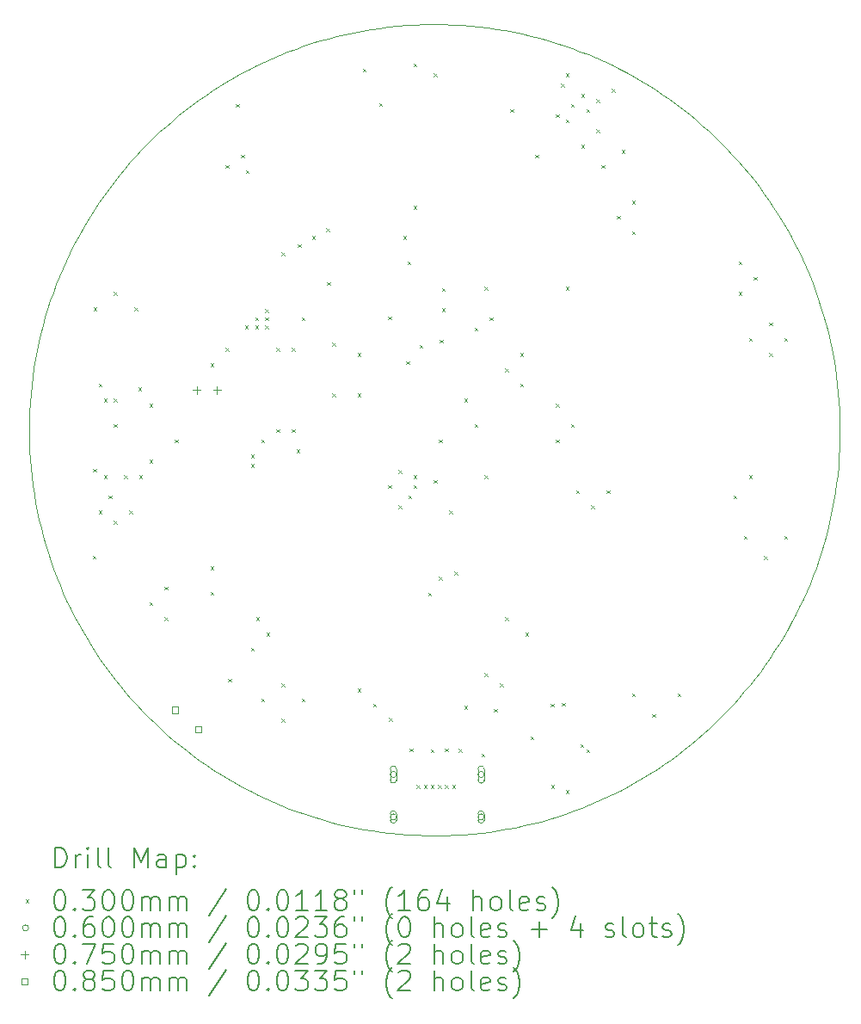
<source format=gbr>
%TF.GenerationSoftware,KiCad,Pcbnew,8.0.8*%
%TF.CreationDate,2025-04-01T18:23:48+02:00*%
%TF.ProjectId,Haibadge_B,48616962-6164-4676-955f-422e6b696361,rev?*%
%TF.SameCoordinates,Original*%
%TF.FileFunction,Drillmap*%
%TF.FilePolarity,Positive*%
%FSLAX45Y45*%
G04 Gerber Fmt 4.5, Leading zero omitted, Abs format (unit mm)*
G04 Created by KiCad (PCBNEW 8.0.8) date 2025-04-01 18:23:48*
%MOMM*%
%LPD*%
G01*
G04 APERTURE LIST*
%ADD10C,0.100000*%
%ADD11C,0.200000*%
G04 APERTURE END LIST*
D10*
X14080700Y-10002400D02*
X14169100Y-10005300D01*
X14257000Y-10010100D01*
X14344400Y-10016800D01*
X14431300Y-10025300D01*
X14517600Y-10035700D01*
X14603300Y-10048000D01*
X14688500Y-10062000D01*
X14773000Y-10077800D01*
X14856900Y-10095400D01*
X14940100Y-10114800D01*
X15022700Y-10135800D01*
X15104500Y-10158600D01*
X15185700Y-10183100D01*
X15266100Y-10209200D01*
X15345700Y-10237000D01*
X15424600Y-10266400D01*
X15502700Y-10297400D01*
X15579900Y-10329900D01*
X15656300Y-10364100D01*
X15731900Y-10399800D01*
X15806600Y-10437000D01*
X15880400Y-10475700D01*
X15953200Y-10516000D01*
X16025200Y-10557600D01*
X16096200Y-10600800D01*
X16166200Y-10645300D01*
X16235200Y-10691200D01*
X16303100Y-10738600D01*
X16370100Y-10787300D01*
X16436000Y-10837300D01*
X16500800Y-10888700D01*
X16564500Y-10941400D01*
X16627100Y-10995300D01*
X16688500Y-11050500D01*
X16748800Y-11107000D01*
X16807900Y-11164700D01*
X16865800Y-11223600D01*
X16922500Y-11283600D01*
X16978000Y-11344900D01*
X17032200Y-11407200D01*
X17085100Y-11470700D01*
X17136700Y-11535300D01*
X17187000Y-11601000D01*
X17235900Y-11667800D01*
X17283500Y-11735500D01*
X17329700Y-11804400D01*
X17374500Y-11874200D01*
X17417900Y-11945000D01*
X17459900Y-12016700D01*
X17500400Y-12089400D01*
X17539400Y-12163000D01*
X17576900Y-12237500D01*
X17612900Y-12312900D01*
X17647300Y-12389200D01*
X17680200Y-12466300D01*
X17711500Y-12544200D01*
X17741200Y-12623000D01*
X17769300Y-12702500D01*
X17795700Y-12782700D01*
X17820500Y-12863700D01*
X17843600Y-12945500D01*
X17865000Y-13027900D01*
X17884600Y-13111000D01*
X17902600Y-13194800D01*
X17918700Y-13279200D01*
X17933100Y-13364200D01*
X17945700Y-13449800D01*
X17956400Y-13536000D01*
X17965300Y-13622800D01*
X17972400Y-13710100D01*
X17977500Y-13797900D01*
X17980800Y-13886200D01*
X17982100Y-13975000D01*
X17982200Y-13991800D01*
X17981200Y-14080700D01*
X17978300Y-14169100D01*
X17973500Y-14257000D01*
X17966800Y-14344400D01*
X17958200Y-14431300D01*
X17947800Y-14517600D01*
X17935600Y-14603300D01*
X17921600Y-14688500D01*
X17905700Y-14773000D01*
X17888100Y-14856900D01*
X17868800Y-14940100D01*
X17847700Y-15022700D01*
X17825000Y-15104500D01*
X17800500Y-15185700D01*
X17774400Y-15266100D01*
X17746600Y-15345700D01*
X17717200Y-15424600D01*
X17686200Y-15502700D01*
X17653600Y-15579900D01*
X17619500Y-15656300D01*
X17583800Y-15731900D01*
X17546600Y-15806600D01*
X17507800Y-15880400D01*
X17467600Y-15953200D01*
X17425900Y-16025200D01*
X17382800Y-16096200D01*
X17338300Y-16166200D01*
X17292300Y-16235200D01*
X17245000Y-16303100D01*
X17196300Y-16370100D01*
X17146300Y-16436000D01*
X17094900Y-16500800D01*
X17042200Y-16564500D01*
X16988300Y-16627100D01*
X16933100Y-16688500D01*
X16876600Y-16748800D01*
X16818900Y-16807900D01*
X16760000Y-16865800D01*
X16700000Y-16922500D01*
X16638700Y-16978000D01*
X16576300Y-17032200D01*
X16512800Y-17085100D01*
X16448200Y-17136700D01*
X16382600Y-17187000D01*
X16315800Y-17235900D01*
X16248000Y-17283500D01*
X16179200Y-17329700D01*
X16109400Y-17374500D01*
X16038600Y-17417900D01*
X15966900Y-17459900D01*
X15894200Y-17500400D01*
X15820600Y-17539400D01*
X15746000Y-17576900D01*
X15670600Y-17612900D01*
X15594400Y-17647300D01*
X15517300Y-17680200D01*
X15439300Y-17711500D01*
X15360600Y-17741200D01*
X15281100Y-17769300D01*
X15200900Y-17795700D01*
X15119800Y-17820500D01*
X15038100Y-17843600D01*
X14955700Y-17865000D01*
X14872600Y-17884600D01*
X14788800Y-17902600D01*
X14704400Y-17918700D01*
X14619400Y-17933100D01*
X14533800Y-17945700D01*
X14447600Y-17956400D01*
X14360800Y-17965300D01*
X14273500Y-17972400D01*
X14185700Y-17977500D01*
X14097400Y-17980800D01*
X14008600Y-17982100D01*
X13991800Y-17982200D01*
X13902900Y-17981200D01*
X13814500Y-17978300D01*
X13726600Y-17973500D01*
X13639200Y-17966800D01*
X13552300Y-17958200D01*
X13466000Y-17947800D01*
X13380300Y-17935600D01*
X13295100Y-17921600D01*
X13210600Y-17905700D01*
X13126700Y-17888100D01*
X13043500Y-17868800D01*
X12960900Y-17847700D01*
X12879100Y-17825000D01*
X12797900Y-17800500D01*
X12717500Y-17774400D01*
X12637900Y-17746600D01*
X12559000Y-17717200D01*
X12480900Y-17686200D01*
X12403700Y-17653600D01*
X12327200Y-17619500D01*
X12251700Y-17583800D01*
X12177000Y-17546600D01*
X12103200Y-17507800D01*
X12030300Y-17467600D01*
X11958400Y-17425900D01*
X11887400Y-17382800D01*
X11817400Y-17338300D01*
X11748400Y-17292300D01*
X11680400Y-17245000D01*
X11613500Y-17196300D01*
X11547600Y-17146300D01*
X11482800Y-17094900D01*
X11419100Y-17042200D01*
X11356500Y-16988300D01*
X11295100Y-16933100D01*
X11234800Y-16876600D01*
X11175700Y-16818900D01*
X11117800Y-16760000D01*
X11061100Y-16700000D01*
X11005600Y-16638700D01*
X10951400Y-16576300D01*
X10898500Y-16512800D01*
X10846900Y-16448200D01*
X10796600Y-16382600D01*
X10747700Y-16315800D01*
X10700100Y-16248000D01*
X10653800Y-16179200D01*
X10609000Y-16109400D01*
X10565600Y-16038600D01*
X10523700Y-15966900D01*
X10483200Y-15894200D01*
X10444200Y-15820600D01*
X10406700Y-15746000D01*
X10370700Y-15670600D01*
X10336300Y-15594400D01*
X10303400Y-15517300D01*
X10272100Y-15439300D01*
X10242400Y-15360600D01*
X10214300Y-15281100D01*
X10187900Y-15200900D01*
X10163100Y-15119800D01*
X10140000Y-15038100D01*
X10118600Y-14955700D01*
X10098900Y-14872600D01*
X10081000Y-14788800D01*
X10064900Y-14704400D01*
X10050500Y-14619400D01*
X10037900Y-14533800D01*
X10027200Y-14447600D01*
X10018200Y-14360800D01*
X10011200Y-14273500D01*
X10006000Y-14185700D01*
X10002800Y-14097400D01*
X10001400Y-14008600D01*
X10001400Y-13991800D01*
X10002400Y-13902900D01*
X10005300Y-13814500D01*
X10010100Y-13726600D01*
X10016800Y-13639200D01*
X10025300Y-13552300D01*
X10035700Y-13466000D01*
X10048000Y-13380300D01*
X10062000Y-13295100D01*
X10077800Y-13210600D01*
X10095400Y-13126700D01*
X10114800Y-13043500D01*
X10135800Y-12960900D01*
X10158600Y-12879100D01*
X10183100Y-12797900D01*
X10209200Y-12717500D01*
X10237000Y-12637900D01*
X10266400Y-12559000D01*
X10297400Y-12480900D01*
X10329900Y-12403700D01*
X10364100Y-12327200D01*
X10399800Y-12251700D01*
X10437000Y-12177000D01*
X10475700Y-12103200D01*
X10516000Y-12030300D01*
X10557600Y-11958400D01*
X10600800Y-11887400D01*
X10645300Y-11817400D01*
X10691200Y-11748400D01*
X10738600Y-11680400D01*
X10787300Y-11613500D01*
X10837300Y-11547600D01*
X10888700Y-11482800D01*
X10941400Y-11419100D01*
X10995300Y-11356500D01*
X11050500Y-11295100D01*
X11107000Y-11234800D01*
X11164700Y-11175700D01*
X11223600Y-11117800D01*
X11283600Y-11061100D01*
X11344900Y-11005600D01*
X11407200Y-10951400D01*
X11470700Y-10898500D01*
X11535300Y-10846900D01*
X11601000Y-10796600D01*
X11667800Y-10747700D01*
X11735500Y-10700100D01*
X11804400Y-10653800D01*
X11874200Y-10609000D01*
X11945000Y-10565600D01*
X12016700Y-10523700D01*
X12089400Y-10483200D01*
X12163000Y-10444200D01*
X12237500Y-10406700D01*
X12312900Y-10370700D01*
X12389200Y-10336300D01*
X12466300Y-10303400D01*
X12544200Y-10272100D01*
X12623000Y-10242400D01*
X12702500Y-10214300D01*
X12782700Y-10187900D01*
X12863700Y-10163100D01*
X12945500Y-10140000D01*
X13027900Y-10118600D01*
X13111000Y-10098900D01*
X13194800Y-10081000D01*
X13279200Y-10064900D01*
X13364200Y-10050500D01*
X13449800Y-10037900D01*
X13536000Y-10027200D01*
X13622800Y-10018200D01*
X13710100Y-10011200D01*
X13797900Y-10006000D01*
X13886200Y-10002800D01*
X13975000Y-10001400D01*
X13991800Y-10001400D01*
X14080700Y-10002400D01*
D11*
D10*
X10625000Y-15230000D02*
X10655000Y-15260000D01*
X10655000Y-15230000D02*
X10625000Y-15260000D01*
X10630000Y-14375000D02*
X10660000Y-14405000D01*
X10660000Y-14375000D02*
X10630000Y-14405000D01*
X10635000Y-12785000D02*
X10665000Y-12815000D01*
X10665000Y-12785000D02*
X10635000Y-12815000D01*
X10685000Y-13535000D02*
X10715000Y-13565000D01*
X10715000Y-13535000D02*
X10685000Y-13565000D01*
X10685000Y-14785000D02*
X10715000Y-14815000D01*
X10715000Y-14785000D02*
X10685000Y-14815000D01*
X10735000Y-13685000D02*
X10765000Y-13715000D01*
X10765000Y-13685000D02*
X10735000Y-13715000D01*
X10735000Y-14435000D02*
X10765000Y-14465000D01*
X10765000Y-14435000D02*
X10735000Y-14465000D01*
X10785000Y-14635000D02*
X10815000Y-14665000D01*
X10815000Y-14635000D02*
X10785000Y-14665000D01*
X10835000Y-12635000D02*
X10865000Y-12665000D01*
X10865000Y-12635000D02*
X10835000Y-12665000D01*
X10835000Y-13685000D02*
X10865000Y-13715000D01*
X10865000Y-13685000D02*
X10835000Y-13715000D01*
X10835000Y-13935000D02*
X10865000Y-13965000D01*
X10865000Y-13935000D02*
X10835000Y-13965000D01*
X10835000Y-14885000D02*
X10865000Y-14915000D01*
X10865000Y-14885000D02*
X10835000Y-14915000D01*
X10935000Y-14435000D02*
X10965000Y-14465000D01*
X10965000Y-14435000D02*
X10935000Y-14465000D01*
X10985000Y-14785000D02*
X11015000Y-14815000D01*
X11015000Y-14785000D02*
X10985000Y-14815000D01*
X11035000Y-12785000D02*
X11065000Y-12815000D01*
X11065000Y-12785000D02*
X11035000Y-12815000D01*
X11075000Y-13575000D02*
X11105000Y-13605000D01*
X11105000Y-13575000D02*
X11075000Y-13605000D01*
X11085000Y-14435000D02*
X11115000Y-14465000D01*
X11115000Y-14435000D02*
X11085000Y-14465000D01*
X11185000Y-13735000D02*
X11215000Y-13765000D01*
X11215000Y-13735000D02*
X11185000Y-13765000D01*
X11185000Y-14285000D02*
X11215000Y-14315000D01*
X11215000Y-14285000D02*
X11185000Y-14315000D01*
X11185000Y-15685000D02*
X11215000Y-15715000D01*
X11215000Y-15685000D02*
X11185000Y-15715000D01*
X11335000Y-15535000D02*
X11365000Y-15565000D01*
X11365000Y-15535000D02*
X11335000Y-15565000D01*
X11335000Y-15835000D02*
X11365000Y-15865000D01*
X11365000Y-15835000D02*
X11335000Y-15865000D01*
X11435000Y-14085000D02*
X11465000Y-14115000D01*
X11465000Y-14085000D02*
X11435000Y-14115000D01*
X11785000Y-13335000D02*
X11815000Y-13365000D01*
X11815000Y-13335000D02*
X11785000Y-13365000D01*
X11785000Y-15335000D02*
X11815000Y-15365000D01*
X11815000Y-15335000D02*
X11785000Y-15365000D01*
X11785000Y-15585000D02*
X11815000Y-15615000D01*
X11815000Y-15585000D02*
X11785000Y-15615000D01*
X11935000Y-11385000D02*
X11965000Y-11415000D01*
X11965000Y-11385000D02*
X11935000Y-11415000D01*
X11935000Y-13185000D02*
X11965000Y-13215000D01*
X11965000Y-13185000D02*
X11935000Y-13215000D01*
X11960000Y-16440000D02*
X11990000Y-16470000D01*
X11990000Y-16440000D02*
X11960000Y-16470000D01*
X12035000Y-10785000D02*
X12065000Y-10815000D01*
X12065000Y-10785000D02*
X12035000Y-10815000D01*
X12085000Y-11285000D02*
X12115000Y-11315000D01*
X12115000Y-11285000D02*
X12085000Y-11315000D01*
X12125000Y-12965000D02*
X12155000Y-12995000D01*
X12155000Y-12965000D02*
X12125000Y-12995000D01*
X12135000Y-11435000D02*
X12165000Y-11465000D01*
X12165000Y-11435000D02*
X12135000Y-11465000D01*
X12185000Y-14235000D02*
X12215000Y-14265000D01*
X12215000Y-14235000D02*
X12185000Y-14265000D01*
X12185000Y-14325000D02*
X12215000Y-14355000D01*
X12215000Y-14325000D02*
X12185000Y-14355000D01*
X12185000Y-16135000D02*
X12215000Y-16165000D01*
X12215000Y-16135000D02*
X12185000Y-16165000D01*
X12225000Y-12885000D02*
X12255000Y-12915000D01*
X12255000Y-12885000D02*
X12225000Y-12915000D01*
X12225000Y-12965000D02*
X12255000Y-12995000D01*
X12255000Y-12965000D02*
X12225000Y-12995000D01*
X12235000Y-15835000D02*
X12265000Y-15865000D01*
X12265000Y-15835000D02*
X12235000Y-15865000D01*
X12285000Y-14085000D02*
X12315000Y-14115000D01*
X12315000Y-14085000D02*
X12285000Y-14115000D01*
X12285000Y-16635000D02*
X12315000Y-16665000D01*
X12315000Y-16635000D02*
X12285000Y-16665000D01*
X12325000Y-12805000D02*
X12355000Y-12835000D01*
X12355000Y-12805000D02*
X12325000Y-12835000D01*
X12325000Y-12885000D02*
X12355000Y-12915000D01*
X12355000Y-12885000D02*
X12325000Y-12915000D01*
X12325000Y-12965000D02*
X12355000Y-12995000D01*
X12355000Y-12965000D02*
X12325000Y-12995000D01*
X12335000Y-15985000D02*
X12365000Y-16015000D01*
X12365000Y-15985000D02*
X12335000Y-16015000D01*
X12435000Y-13185000D02*
X12465000Y-13215000D01*
X12465000Y-13185000D02*
X12435000Y-13215000D01*
X12435000Y-13985000D02*
X12465000Y-14015000D01*
X12465000Y-13985000D02*
X12435000Y-14015000D01*
X12485000Y-12245000D02*
X12515000Y-12275000D01*
X12515000Y-12245000D02*
X12485000Y-12275000D01*
X12485000Y-16485000D02*
X12515000Y-16515000D01*
X12515000Y-16485000D02*
X12485000Y-16515000D01*
X12485000Y-16835000D02*
X12515000Y-16865000D01*
X12515000Y-16835000D02*
X12485000Y-16865000D01*
X12585000Y-13185000D02*
X12615000Y-13215000D01*
X12615000Y-13185000D02*
X12585000Y-13215000D01*
X12585000Y-13985000D02*
X12615000Y-14015000D01*
X12615000Y-13985000D02*
X12585000Y-14015000D01*
X12635000Y-14185000D02*
X12665000Y-14215000D01*
X12665000Y-14185000D02*
X12635000Y-14215000D01*
X12645000Y-12165000D02*
X12675000Y-12195000D01*
X12675000Y-12165000D02*
X12645000Y-12195000D01*
X12685000Y-12885000D02*
X12715000Y-12915000D01*
X12715000Y-12885000D02*
X12685000Y-12915000D01*
X12685000Y-16635000D02*
X12715000Y-16665000D01*
X12715000Y-16635000D02*
X12685000Y-16665000D01*
X12785000Y-12085000D02*
X12815000Y-12115000D01*
X12815000Y-12085000D02*
X12785000Y-12115000D01*
X12925000Y-12005000D02*
X12955000Y-12035000D01*
X12955000Y-12005000D02*
X12925000Y-12035000D01*
X12935000Y-12535000D02*
X12965000Y-12565000D01*
X12965000Y-12535000D02*
X12935000Y-12565000D01*
X12985000Y-13135000D02*
X13015000Y-13165000D01*
X13015000Y-13135000D02*
X12985000Y-13165000D01*
X12985000Y-13635000D02*
X13015000Y-13665000D01*
X13015000Y-13635000D02*
X12985000Y-13665000D01*
X13235000Y-13235000D02*
X13265000Y-13265000D01*
X13265000Y-13235000D02*
X13235000Y-13265000D01*
X13235000Y-13635000D02*
X13265000Y-13665000D01*
X13265000Y-13635000D02*
X13235000Y-13665000D01*
X13235000Y-16535000D02*
X13265000Y-16565000D01*
X13265000Y-16535000D02*
X13235000Y-16565000D01*
X13285000Y-10435000D02*
X13315000Y-10465000D01*
X13315000Y-10435000D02*
X13285000Y-10465000D01*
X13385000Y-16685000D02*
X13415000Y-16715000D01*
X13415000Y-16685000D02*
X13385000Y-16715000D01*
X13445000Y-10775000D02*
X13475000Y-10805000D01*
X13475000Y-10775000D02*
X13445000Y-10805000D01*
X13535000Y-12875000D02*
X13565000Y-12905000D01*
X13565000Y-12875000D02*
X13535000Y-12905000D01*
X13535000Y-14535000D02*
X13565000Y-14565000D01*
X13565000Y-14535000D02*
X13535000Y-14565000D01*
X13545000Y-16825000D02*
X13575000Y-16855000D01*
X13575000Y-16825000D02*
X13545000Y-16855000D01*
X13635000Y-14385000D02*
X13665000Y-14415000D01*
X13665000Y-14385000D02*
X13635000Y-14415000D01*
X13635000Y-14735000D02*
X13665000Y-14765000D01*
X13665000Y-14735000D02*
X13635000Y-14765000D01*
X13685000Y-12085000D02*
X13715000Y-12115000D01*
X13715000Y-12085000D02*
X13685000Y-12115000D01*
X13715000Y-13315000D02*
X13745000Y-13345000D01*
X13745000Y-13315000D02*
X13715000Y-13345000D01*
X13725000Y-12335000D02*
X13755000Y-12365000D01*
X13755000Y-12335000D02*
X13725000Y-12365000D01*
X13735000Y-14635000D02*
X13765000Y-14665000D01*
X13765000Y-14635000D02*
X13735000Y-14665000D01*
X13745000Y-17125000D02*
X13775000Y-17155000D01*
X13775000Y-17125000D02*
X13745000Y-17155000D01*
X13785000Y-10385000D02*
X13815000Y-10415000D01*
X13815000Y-10385000D02*
X13785000Y-10415000D01*
X13785000Y-11785000D02*
X13815000Y-11815000D01*
X13815000Y-11785000D02*
X13785000Y-11815000D01*
X13785000Y-14435000D02*
X13815000Y-14465000D01*
X13815000Y-14435000D02*
X13785000Y-14465000D01*
X13785000Y-14535000D02*
X13815000Y-14565000D01*
X13815000Y-14535000D02*
X13785000Y-14565000D01*
X13815000Y-17485000D02*
X13845000Y-17515000D01*
X13845000Y-17485000D02*
X13815000Y-17515000D01*
X13845000Y-13155000D02*
X13875000Y-13185000D01*
X13875000Y-13155000D02*
X13845000Y-13185000D01*
X13885000Y-17485000D02*
X13915000Y-17515000D01*
X13915000Y-17485000D02*
X13885000Y-17515000D01*
X13928431Y-15591569D02*
X13958431Y-15621569D01*
X13958431Y-15591569D02*
X13928431Y-15621569D01*
X13955000Y-17135000D02*
X13985000Y-17165000D01*
X13985000Y-17135000D02*
X13955000Y-17165000D01*
X13955000Y-17485000D02*
X13985000Y-17515000D01*
X13985000Y-17485000D02*
X13955000Y-17515000D01*
X13985000Y-10485000D02*
X14015000Y-10515000D01*
X14015000Y-10485000D02*
X13985000Y-10515000D01*
X13985000Y-14485000D02*
X14015000Y-14515000D01*
X14015000Y-14485000D02*
X13985000Y-14515000D01*
X14025000Y-17485000D02*
X14055000Y-17515000D01*
X14055000Y-17485000D02*
X14025000Y-17515000D01*
X14035000Y-14085000D02*
X14065000Y-14115000D01*
X14065000Y-14085000D02*
X14035000Y-14115000D01*
X14035000Y-15435000D02*
X14065000Y-15465000D01*
X14065000Y-15435000D02*
X14035000Y-15465000D01*
X14045000Y-13105000D02*
X14075000Y-13135000D01*
X14075000Y-13105000D02*
X14045000Y-13135000D01*
X14065000Y-12595000D02*
X14095000Y-12625000D01*
X14095000Y-12595000D02*
X14065000Y-12625000D01*
X14065000Y-12795000D02*
X14095000Y-12825000D01*
X14095000Y-12795000D02*
X14065000Y-12825000D01*
X14093000Y-17125076D02*
X14123000Y-17155076D01*
X14123000Y-17125076D02*
X14093000Y-17155076D01*
X14095000Y-17485000D02*
X14125000Y-17515000D01*
X14125000Y-17485000D02*
X14095000Y-17515000D01*
X14135000Y-14785000D02*
X14165000Y-14815000D01*
X14165000Y-14785000D02*
X14135000Y-14815000D01*
X14165000Y-17485000D02*
X14195000Y-17515000D01*
X14195000Y-17485000D02*
X14165000Y-17515000D01*
X14185000Y-15385000D02*
X14215000Y-15415000D01*
X14215000Y-15385000D02*
X14185000Y-15415000D01*
X14230962Y-17130962D02*
X14260962Y-17160962D01*
X14260962Y-17130962D02*
X14230962Y-17160962D01*
X14285000Y-13685000D02*
X14315000Y-13715000D01*
X14315000Y-13685000D02*
X14285000Y-13715000D01*
X14285000Y-16705000D02*
X14315000Y-16735000D01*
X14315000Y-16705000D02*
X14285000Y-16735000D01*
X14385000Y-12985000D02*
X14415000Y-13015000D01*
X14415000Y-12985000D02*
X14385000Y-13015000D01*
X14385000Y-13935000D02*
X14415000Y-13965000D01*
X14415000Y-13935000D02*
X14385000Y-13965000D01*
X14455000Y-17175000D02*
X14485000Y-17205000D01*
X14485000Y-17175000D02*
X14455000Y-17205000D01*
X14485000Y-12585000D02*
X14515000Y-12615000D01*
X14515000Y-12585000D02*
X14485000Y-12615000D01*
X14485000Y-14435000D02*
X14515000Y-14465000D01*
X14515000Y-14435000D02*
X14485000Y-14465000D01*
X14485000Y-16385000D02*
X14515000Y-16415000D01*
X14515000Y-16385000D02*
X14485000Y-16415000D01*
X14535000Y-12885000D02*
X14565000Y-12915000D01*
X14565000Y-12885000D02*
X14535000Y-12915000D01*
X14575000Y-16735000D02*
X14605000Y-16765000D01*
X14605000Y-16735000D02*
X14575000Y-16765000D01*
X14635000Y-16485000D02*
X14665000Y-16515000D01*
X14665000Y-16485000D02*
X14635000Y-16515000D01*
X14685000Y-13385000D02*
X14715000Y-13415000D01*
X14715000Y-13385000D02*
X14685000Y-13415000D01*
X14685000Y-15835000D02*
X14715000Y-15865000D01*
X14715000Y-15835000D02*
X14685000Y-15865000D01*
X14735000Y-10835000D02*
X14765000Y-10865000D01*
X14765000Y-10835000D02*
X14735000Y-10865000D01*
X14835000Y-13235000D02*
X14865000Y-13265000D01*
X14865000Y-13235000D02*
X14835000Y-13265000D01*
X14835000Y-13535000D02*
X14865000Y-13565000D01*
X14865000Y-13535000D02*
X14835000Y-13565000D01*
X14885000Y-15985000D02*
X14915000Y-16015000D01*
X14915000Y-15985000D02*
X14885000Y-16015000D01*
X14934458Y-17005789D02*
X14964458Y-17035789D01*
X14964458Y-17005789D02*
X14934458Y-17035789D01*
X14985000Y-11285000D02*
X15015000Y-11315000D01*
X15015000Y-11285000D02*
X14985000Y-11315000D01*
X15135000Y-16683326D02*
X15165000Y-16713326D01*
X15165000Y-16683326D02*
X15135000Y-16713326D01*
X15138638Y-17487165D02*
X15168638Y-17517165D01*
X15168638Y-17487165D02*
X15138638Y-17517165D01*
X15185000Y-10885000D02*
X15215000Y-10915000D01*
X15215000Y-10885000D02*
X15185000Y-10915000D01*
X15185000Y-13735000D02*
X15215000Y-13765000D01*
X15215000Y-13735000D02*
X15185000Y-13765000D01*
X15185000Y-14085000D02*
X15215000Y-14115000D01*
X15215000Y-14085000D02*
X15185000Y-14115000D01*
X15235000Y-10585000D02*
X15265000Y-10615000D01*
X15265000Y-10585000D02*
X15235000Y-10615000D01*
X15247038Y-16678232D02*
X15277038Y-16708232D01*
X15277038Y-16678232D02*
X15247038Y-16708232D01*
X15285000Y-10485000D02*
X15315000Y-10515000D01*
X15315000Y-10485000D02*
X15285000Y-10515000D01*
X15285000Y-10935000D02*
X15315000Y-10965000D01*
X15315000Y-10935000D02*
X15285000Y-10965000D01*
X15285000Y-12585000D02*
X15315000Y-12615000D01*
X15315000Y-12585000D02*
X15285000Y-12615000D01*
X15285000Y-17535000D02*
X15315000Y-17565000D01*
X15315000Y-17535000D02*
X15285000Y-17565000D01*
X15335000Y-10785000D02*
X15365000Y-10815000D01*
X15365000Y-10785000D02*
X15335000Y-10815000D01*
X15335000Y-13935000D02*
X15365000Y-13965000D01*
X15365000Y-13935000D02*
X15335000Y-13965000D01*
X15385000Y-14585000D02*
X15415000Y-14615000D01*
X15415000Y-14585000D02*
X15385000Y-14615000D01*
X15426429Y-17082322D02*
X15456429Y-17112322D01*
X15456429Y-17082322D02*
X15426429Y-17112322D01*
X15435000Y-10685000D02*
X15465000Y-10715000D01*
X15465000Y-10685000D02*
X15435000Y-10715000D01*
X15435000Y-11185000D02*
X15465000Y-11215000D01*
X15465000Y-11185000D02*
X15435000Y-11215000D01*
X15485000Y-10835000D02*
X15515000Y-10865000D01*
X15515000Y-10835000D02*
X15485000Y-10865000D01*
X15485000Y-17135000D02*
X15515000Y-17165000D01*
X15515000Y-17135000D02*
X15485000Y-17165000D01*
X15535000Y-14735000D02*
X15565000Y-14765000D01*
X15565000Y-14735000D02*
X15535000Y-14765000D01*
X15585000Y-10735000D02*
X15615000Y-10765000D01*
X15615000Y-10735000D02*
X15585000Y-10765000D01*
X15585000Y-11035000D02*
X15615000Y-11065000D01*
X15615000Y-11035000D02*
X15585000Y-11065000D01*
X15635000Y-11385000D02*
X15665000Y-11415000D01*
X15665000Y-11385000D02*
X15635000Y-11415000D01*
X15685000Y-14585000D02*
X15715000Y-14615000D01*
X15715000Y-14585000D02*
X15685000Y-14615000D01*
X15735000Y-10635000D02*
X15765000Y-10665000D01*
X15765000Y-10635000D02*
X15735000Y-10665000D01*
X15785000Y-11885000D02*
X15815000Y-11915000D01*
X15815000Y-11885000D02*
X15785000Y-11915000D01*
X15835000Y-11235000D02*
X15865000Y-11265000D01*
X15865000Y-11235000D02*
X15835000Y-11265000D01*
X15935000Y-11735000D02*
X15965000Y-11765000D01*
X15965000Y-11735000D02*
X15935000Y-11765000D01*
X15935000Y-12035000D02*
X15965000Y-12065000D01*
X15965000Y-12035000D02*
X15935000Y-12065000D01*
X15935000Y-16585000D02*
X15965000Y-16615000D01*
X15965000Y-16585000D02*
X15935000Y-16615000D01*
X16135000Y-16785000D02*
X16165000Y-16815000D01*
X16165000Y-16785000D02*
X16135000Y-16815000D01*
X16385000Y-16585000D02*
X16415000Y-16615000D01*
X16415000Y-16585000D02*
X16385000Y-16615000D01*
X16935000Y-14635000D02*
X16965000Y-14665000D01*
X16965000Y-14635000D02*
X16935000Y-14665000D01*
X16985000Y-12335000D02*
X17015000Y-12365000D01*
X17015000Y-12335000D02*
X16985000Y-12365000D01*
X16985000Y-12635000D02*
X17015000Y-12665000D01*
X17015000Y-12635000D02*
X16985000Y-12665000D01*
X17035000Y-15035000D02*
X17065000Y-15065000D01*
X17065000Y-15035000D02*
X17035000Y-15065000D01*
X17085000Y-13085000D02*
X17115000Y-13115000D01*
X17115000Y-13085000D02*
X17085000Y-13115000D01*
X17085000Y-14435000D02*
X17115000Y-14465000D01*
X17115000Y-14435000D02*
X17085000Y-14465000D01*
X17135000Y-12485000D02*
X17165000Y-12515000D01*
X17165000Y-12485000D02*
X17135000Y-12515000D01*
X17235000Y-15235000D02*
X17265000Y-15265000D01*
X17265000Y-15235000D02*
X17235000Y-15265000D01*
X17285000Y-12935000D02*
X17315000Y-12965000D01*
X17315000Y-12935000D02*
X17285000Y-12965000D01*
X17285000Y-13235000D02*
X17315000Y-13265000D01*
X17315000Y-13235000D02*
X17285000Y-13265000D01*
X17435000Y-13085000D02*
X17465000Y-13115000D01*
X17465000Y-13085000D02*
X17435000Y-13115000D01*
X17435000Y-15035000D02*
X17465000Y-15065000D01*
X17465000Y-15035000D02*
X17435000Y-15065000D01*
X13616000Y-17382000D02*
G75*
G02*
X13556000Y-17382000I-30000J0D01*
G01*
X13556000Y-17382000D02*
G75*
G02*
X13616000Y-17382000I30000J0D01*
G01*
X13616000Y-17437000D02*
X13616000Y-17327000D01*
X13556000Y-17327000D02*
G75*
G02*
X13616000Y-17327000I30000J0D01*
G01*
X13556000Y-17327000D02*
X13556000Y-17437000D01*
X13556000Y-17437000D02*
G75*
G03*
X13616000Y-17437000I30000J0D01*
G01*
X13616000Y-17800000D02*
G75*
G02*
X13556000Y-17800000I-30000J0D01*
G01*
X13556000Y-17800000D02*
G75*
G02*
X13616000Y-17800000I30000J0D01*
G01*
X13616000Y-17830000D02*
X13616000Y-17770000D01*
X13556000Y-17770000D02*
G75*
G02*
X13616000Y-17770000I30000J0D01*
G01*
X13556000Y-17770000D02*
X13556000Y-17830000D01*
X13556000Y-17830000D02*
G75*
G03*
X13616000Y-17830000I30000J0D01*
G01*
X14480000Y-17382000D02*
G75*
G02*
X14420000Y-17382000I-30000J0D01*
G01*
X14420000Y-17382000D02*
G75*
G02*
X14480000Y-17382000I30000J0D01*
G01*
X14480000Y-17437000D02*
X14480000Y-17327000D01*
X14420000Y-17327000D02*
G75*
G02*
X14480000Y-17327000I30000J0D01*
G01*
X14420000Y-17327000D02*
X14420000Y-17437000D01*
X14420000Y-17437000D02*
G75*
G03*
X14480000Y-17437000I30000J0D01*
G01*
X14480000Y-17800000D02*
G75*
G02*
X14420000Y-17800000I-30000J0D01*
G01*
X14420000Y-17800000D02*
G75*
G02*
X14480000Y-17800000I30000J0D01*
G01*
X14480000Y-17830000D02*
X14480000Y-17770000D01*
X14420000Y-17770000D02*
G75*
G02*
X14480000Y-17770000I30000J0D01*
G01*
X14420000Y-17770000D02*
X14420000Y-17830000D01*
X14420000Y-17830000D02*
G75*
G03*
X14480000Y-17830000I30000J0D01*
G01*
X11650000Y-13562500D02*
X11650000Y-13637500D01*
X11612500Y-13600000D02*
X11687500Y-13600000D01*
X11850000Y-13562500D02*
X11850000Y-13637500D01*
X11812500Y-13600000D02*
X11887500Y-13600000D01*
X11468877Y-16776330D02*
X11468877Y-16716226D01*
X11408773Y-16716226D01*
X11408773Y-16776330D01*
X11468877Y-16776330D01*
X11698691Y-16969167D02*
X11698691Y-16909062D01*
X11638586Y-16909062D01*
X11638586Y-16969167D01*
X11698691Y-16969167D01*
D11*
X10257177Y-18298684D02*
X10257177Y-18098684D01*
X10257177Y-18098684D02*
X10304796Y-18098684D01*
X10304796Y-18098684D02*
X10333367Y-18108208D01*
X10333367Y-18108208D02*
X10352415Y-18127255D01*
X10352415Y-18127255D02*
X10361939Y-18146303D01*
X10361939Y-18146303D02*
X10371463Y-18184398D01*
X10371463Y-18184398D02*
X10371463Y-18212970D01*
X10371463Y-18212970D02*
X10361939Y-18251065D01*
X10361939Y-18251065D02*
X10352415Y-18270112D01*
X10352415Y-18270112D02*
X10333367Y-18289160D01*
X10333367Y-18289160D02*
X10304796Y-18298684D01*
X10304796Y-18298684D02*
X10257177Y-18298684D01*
X10457177Y-18298684D02*
X10457177Y-18165350D01*
X10457177Y-18203446D02*
X10466701Y-18184398D01*
X10466701Y-18184398D02*
X10476224Y-18174874D01*
X10476224Y-18174874D02*
X10495272Y-18165350D01*
X10495272Y-18165350D02*
X10514320Y-18165350D01*
X10580986Y-18298684D02*
X10580986Y-18165350D01*
X10580986Y-18098684D02*
X10571463Y-18108208D01*
X10571463Y-18108208D02*
X10580986Y-18117731D01*
X10580986Y-18117731D02*
X10590510Y-18108208D01*
X10590510Y-18108208D02*
X10580986Y-18098684D01*
X10580986Y-18098684D02*
X10580986Y-18117731D01*
X10704796Y-18298684D02*
X10685748Y-18289160D01*
X10685748Y-18289160D02*
X10676224Y-18270112D01*
X10676224Y-18270112D02*
X10676224Y-18098684D01*
X10809558Y-18298684D02*
X10790510Y-18289160D01*
X10790510Y-18289160D02*
X10780986Y-18270112D01*
X10780986Y-18270112D02*
X10780986Y-18098684D01*
X11038129Y-18298684D02*
X11038129Y-18098684D01*
X11038129Y-18098684D02*
X11104796Y-18241541D01*
X11104796Y-18241541D02*
X11171463Y-18098684D01*
X11171463Y-18098684D02*
X11171463Y-18298684D01*
X11352415Y-18298684D02*
X11352415Y-18193922D01*
X11352415Y-18193922D02*
X11342891Y-18174874D01*
X11342891Y-18174874D02*
X11323843Y-18165350D01*
X11323843Y-18165350D02*
X11285748Y-18165350D01*
X11285748Y-18165350D02*
X11266701Y-18174874D01*
X11352415Y-18289160D02*
X11333367Y-18298684D01*
X11333367Y-18298684D02*
X11285748Y-18298684D01*
X11285748Y-18298684D02*
X11266701Y-18289160D01*
X11266701Y-18289160D02*
X11257177Y-18270112D01*
X11257177Y-18270112D02*
X11257177Y-18251065D01*
X11257177Y-18251065D02*
X11266701Y-18232017D01*
X11266701Y-18232017D02*
X11285748Y-18222493D01*
X11285748Y-18222493D02*
X11333367Y-18222493D01*
X11333367Y-18222493D02*
X11352415Y-18212970D01*
X11447653Y-18165350D02*
X11447653Y-18365350D01*
X11447653Y-18174874D02*
X11466701Y-18165350D01*
X11466701Y-18165350D02*
X11504796Y-18165350D01*
X11504796Y-18165350D02*
X11523843Y-18174874D01*
X11523843Y-18174874D02*
X11533367Y-18184398D01*
X11533367Y-18184398D02*
X11542891Y-18203446D01*
X11542891Y-18203446D02*
X11542891Y-18260589D01*
X11542891Y-18260589D02*
X11533367Y-18279636D01*
X11533367Y-18279636D02*
X11523843Y-18289160D01*
X11523843Y-18289160D02*
X11504796Y-18298684D01*
X11504796Y-18298684D02*
X11466701Y-18298684D01*
X11466701Y-18298684D02*
X11447653Y-18289160D01*
X11628605Y-18279636D02*
X11638129Y-18289160D01*
X11638129Y-18289160D02*
X11628605Y-18298684D01*
X11628605Y-18298684D02*
X11619082Y-18289160D01*
X11619082Y-18289160D02*
X11628605Y-18279636D01*
X11628605Y-18279636D02*
X11628605Y-18298684D01*
X11628605Y-18174874D02*
X11638129Y-18184398D01*
X11638129Y-18184398D02*
X11628605Y-18193922D01*
X11628605Y-18193922D02*
X11619082Y-18184398D01*
X11619082Y-18184398D02*
X11628605Y-18174874D01*
X11628605Y-18174874D02*
X11628605Y-18193922D01*
D10*
X9966400Y-18612200D02*
X9996400Y-18642200D01*
X9996400Y-18612200D02*
X9966400Y-18642200D01*
D11*
X10295272Y-18518684D02*
X10314320Y-18518684D01*
X10314320Y-18518684D02*
X10333367Y-18528208D01*
X10333367Y-18528208D02*
X10342891Y-18537731D01*
X10342891Y-18537731D02*
X10352415Y-18556779D01*
X10352415Y-18556779D02*
X10361939Y-18594874D01*
X10361939Y-18594874D02*
X10361939Y-18642493D01*
X10361939Y-18642493D02*
X10352415Y-18680589D01*
X10352415Y-18680589D02*
X10342891Y-18699636D01*
X10342891Y-18699636D02*
X10333367Y-18709160D01*
X10333367Y-18709160D02*
X10314320Y-18718684D01*
X10314320Y-18718684D02*
X10295272Y-18718684D01*
X10295272Y-18718684D02*
X10276224Y-18709160D01*
X10276224Y-18709160D02*
X10266701Y-18699636D01*
X10266701Y-18699636D02*
X10257177Y-18680589D01*
X10257177Y-18680589D02*
X10247653Y-18642493D01*
X10247653Y-18642493D02*
X10247653Y-18594874D01*
X10247653Y-18594874D02*
X10257177Y-18556779D01*
X10257177Y-18556779D02*
X10266701Y-18537731D01*
X10266701Y-18537731D02*
X10276224Y-18528208D01*
X10276224Y-18528208D02*
X10295272Y-18518684D01*
X10447653Y-18699636D02*
X10457177Y-18709160D01*
X10457177Y-18709160D02*
X10447653Y-18718684D01*
X10447653Y-18718684D02*
X10438129Y-18709160D01*
X10438129Y-18709160D02*
X10447653Y-18699636D01*
X10447653Y-18699636D02*
X10447653Y-18718684D01*
X10523844Y-18518684D02*
X10647653Y-18518684D01*
X10647653Y-18518684D02*
X10580986Y-18594874D01*
X10580986Y-18594874D02*
X10609558Y-18594874D01*
X10609558Y-18594874D02*
X10628605Y-18604398D01*
X10628605Y-18604398D02*
X10638129Y-18613922D01*
X10638129Y-18613922D02*
X10647653Y-18632970D01*
X10647653Y-18632970D02*
X10647653Y-18680589D01*
X10647653Y-18680589D02*
X10638129Y-18699636D01*
X10638129Y-18699636D02*
X10628605Y-18709160D01*
X10628605Y-18709160D02*
X10609558Y-18718684D01*
X10609558Y-18718684D02*
X10552415Y-18718684D01*
X10552415Y-18718684D02*
X10533367Y-18709160D01*
X10533367Y-18709160D02*
X10523844Y-18699636D01*
X10771463Y-18518684D02*
X10790510Y-18518684D01*
X10790510Y-18518684D02*
X10809558Y-18528208D01*
X10809558Y-18528208D02*
X10819082Y-18537731D01*
X10819082Y-18537731D02*
X10828605Y-18556779D01*
X10828605Y-18556779D02*
X10838129Y-18594874D01*
X10838129Y-18594874D02*
X10838129Y-18642493D01*
X10838129Y-18642493D02*
X10828605Y-18680589D01*
X10828605Y-18680589D02*
X10819082Y-18699636D01*
X10819082Y-18699636D02*
X10809558Y-18709160D01*
X10809558Y-18709160D02*
X10790510Y-18718684D01*
X10790510Y-18718684D02*
X10771463Y-18718684D01*
X10771463Y-18718684D02*
X10752415Y-18709160D01*
X10752415Y-18709160D02*
X10742891Y-18699636D01*
X10742891Y-18699636D02*
X10733367Y-18680589D01*
X10733367Y-18680589D02*
X10723844Y-18642493D01*
X10723844Y-18642493D02*
X10723844Y-18594874D01*
X10723844Y-18594874D02*
X10733367Y-18556779D01*
X10733367Y-18556779D02*
X10742891Y-18537731D01*
X10742891Y-18537731D02*
X10752415Y-18528208D01*
X10752415Y-18528208D02*
X10771463Y-18518684D01*
X10961939Y-18518684D02*
X10980986Y-18518684D01*
X10980986Y-18518684D02*
X11000034Y-18528208D01*
X11000034Y-18528208D02*
X11009558Y-18537731D01*
X11009558Y-18537731D02*
X11019082Y-18556779D01*
X11019082Y-18556779D02*
X11028605Y-18594874D01*
X11028605Y-18594874D02*
X11028605Y-18642493D01*
X11028605Y-18642493D02*
X11019082Y-18680589D01*
X11019082Y-18680589D02*
X11009558Y-18699636D01*
X11009558Y-18699636D02*
X11000034Y-18709160D01*
X11000034Y-18709160D02*
X10980986Y-18718684D01*
X10980986Y-18718684D02*
X10961939Y-18718684D01*
X10961939Y-18718684D02*
X10942891Y-18709160D01*
X10942891Y-18709160D02*
X10933367Y-18699636D01*
X10933367Y-18699636D02*
X10923844Y-18680589D01*
X10923844Y-18680589D02*
X10914320Y-18642493D01*
X10914320Y-18642493D02*
X10914320Y-18594874D01*
X10914320Y-18594874D02*
X10923844Y-18556779D01*
X10923844Y-18556779D02*
X10933367Y-18537731D01*
X10933367Y-18537731D02*
X10942891Y-18528208D01*
X10942891Y-18528208D02*
X10961939Y-18518684D01*
X11114320Y-18718684D02*
X11114320Y-18585350D01*
X11114320Y-18604398D02*
X11123844Y-18594874D01*
X11123844Y-18594874D02*
X11142891Y-18585350D01*
X11142891Y-18585350D02*
X11171463Y-18585350D01*
X11171463Y-18585350D02*
X11190510Y-18594874D01*
X11190510Y-18594874D02*
X11200034Y-18613922D01*
X11200034Y-18613922D02*
X11200034Y-18718684D01*
X11200034Y-18613922D02*
X11209558Y-18594874D01*
X11209558Y-18594874D02*
X11228605Y-18585350D01*
X11228605Y-18585350D02*
X11257177Y-18585350D01*
X11257177Y-18585350D02*
X11276224Y-18594874D01*
X11276224Y-18594874D02*
X11285748Y-18613922D01*
X11285748Y-18613922D02*
X11285748Y-18718684D01*
X11380986Y-18718684D02*
X11380986Y-18585350D01*
X11380986Y-18604398D02*
X11390510Y-18594874D01*
X11390510Y-18594874D02*
X11409558Y-18585350D01*
X11409558Y-18585350D02*
X11438129Y-18585350D01*
X11438129Y-18585350D02*
X11457177Y-18594874D01*
X11457177Y-18594874D02*
X11466701Y-18613922D01*
X11466701Y-18613922D02*
X11466701Y-18718684D01*
X11466701Y-18613922D02*
X11476224Y-18594874D01*
X11476224Y-18594874D02*
X11495272Y-18585350D01*
X11495272Y-18585350D02*
X11523843Y-18585350D01*
X11523843Y-18585350D02*
X11542891Y-18594874D01*
X11542891Y-18594874D02*
X11552415Y-18613922D01*
X11552415Y-18613922D02*
X11552415Y-18718684D01*
X11942891Y-18509160D02*
X11771463Y-18766303D01*
X12200034Y-18518684D02*
X12219082Y-18518684D01*
X12219082Y-18518684D02*
X12238129Y-18528208D01*
X12238129Y-18528208D02*
X12247653Y-18537731D01*
X12247653Y-18537731D02*
X12257177Y-18556779D01*
X12257177Y-18556779D02*
X12266701Y-18594874D01*
X12266701Y-18594874D02*
X12266701Y-18642493D01*
X12266701Y-18642493D02*
X12257177Y-18680589D01*
X12257177Y-18680589D02*
X12247653Y-18699636D01*
X12247653Y-18699636D02*
X12238129Y-18709160D01*
X12238129Y-18709160D02*
X12219082Y-18718684D01*
X12219082Y-18718684D02*
X12200034Y-18718684D01*
X12200034Y-18718684D02*
X12180986Y-18709160D01*
X12180986Y-18709160D02*
X12171463Y-18699636D01*
X12171463Y-18699636D02*
X12161939Y-18680589D01*
X12161939Y-18680589D02*
X12152415Y-18642493D01*
X12152415Y-18642493D02*
X12152415Y-18594874D01*
X12152415Y-18594874D02*
X12161939Y-18556779D01*
X12161939Y-18556779D02*
X12171463Y-18537731D01*
X12171463Y-18537731D02*
X12180986Y-18528208D01*
X12180986Y-18528208D02*
X12200034Y-18518684D01*
X12352415Y-18699636D02*
X12361939Y-18709160D01*
X12361939Y-18709160D02*
X12352415Y-18718684D01*
X12352415Y-18718684D02*
X12342891Y-18709160D01*
X12342891Y-18709160D02*
X12352415Y-18699636D01*
X12352415Y-18699636D02*
X12352415Y-18718684D01*
X12485748Y-18518684D02*
X12504796Y-18518684D01*
X12504796Y-18518684D02*
X12523844Y-18528208D01*
X12523844Y-18528208D02*
X12533367Y-18537731D01*
X12533367Y-18537731D02*
X12542891Y-18556779D01*
X12542891Y-18556779D02*
X12552415Y-18594874D01*
X12552415Y-18594874D02*
X12552415Y-18642493D01*
X12552415Y-18642493D02*
X12542891Y-18680589D01*
X12542891Y-18680589D02*
X12533367Y-18699636D01*
X12533367Y-18699636D02*
X12523844Y-18709160D01*
X12523844Y-18709160D02*
X12504796Y-18718684D01*
X12504796Y-18718684D02*
X12485748Y-18718684D01*
X12485748Y-18718684D02*
X12466701Y-18709160D01*
X12466701Y-18709160D02*
X12457177Y-18699636D01*
X12457177Y-18699636D02*
X12447653Y-18680589D01*
X12447653Y-18680589D02*
X12438129Y-18642493D01*
X12438129Y-18642493D02*
X12438129Y-18594874D01*
X12438129Y-18594874D02*
X12447653Y-18556779D01*
X12447653Y-18556779D02*
X12457177Y-18537731D01*
X12457177Y-18537731D02*
X12466701Y-18528208D01*
X12466701Y-18528208D02*
X12485748Y-18518684D01*
X12742891Y-18718684D02*
X12628606Y-18718684D01*
X12685748Y-18718684D02*
X12685748Y-18518684D01*
X12685748Y-18518684D02*
X12666701Y-18547255D01*
X12666701Y-18547255D02*
X12647653Y-18566303D01*
X12647653Y-18566303D02*
X12628606Y-18575827D01*
X12933367Y-18718684D02*
X12819082Y-18718684D01*
X12876225Y-18718684D02*
X12876225Y-18518684D01*
X12876225Y-18518684D02*
X12857177Y-18547255D01*
X12857177Y-18547255D02*
X12838129Y-18566303D01*
X12838129Y-18566303D02*
X12819082Y-18575827D01*
X13047653Y-18604398D02*
X13028606Y-18594874D01*
X13028606Y-18594874D02*
X13019082Y-18585350D01*
X13019082Y-18585350D02*
X13009558Y-18566303D01*
X13009558Y-18566303D02*
X13009558Y-18556779D01*
X13009558Y-18556779D02*
X13019082Y-18537731D01*
X13019082Y-18537731D02*
X13028606Y-18528208D01*
X13028606Y-18528208D02*
X13047653Y-18518684D01*
X13047653Y-18518684D02*
X13085748Y-18518684D01*
X13085748Y-18518684D02*
X13104796Y-18528208D01*
X13104796Y-18528208D02*
X13114320Y-18537731D01*
X13114320Y-18537731D02*
X13123844Y-18556779D01*
X13123844Y-18556779D02*
X13123844Y-18566303D01*
X13123844Y-18566303D02*
X13114320Y-18585350D01*
X13114320Y-18585350D02*
X13104796Y-18594874D01*
X13104796Y-18594874D02*
X13085748Y-18604398D01*
X13085748Y-18604398D02*
X13047653Y-18604398D01*
X13047653Y-18604398D02*
X13028606Y-18613922D01*
X13028606Y-18613922D02*
X13019082Y-18623446D01*
X13019082Y-18623446D02*
X13009558Y-18642493D01*
X13009558Y-18642493D02*
X13009558Y-18680589D01*
X13009558Y-18680589D02*
X13019082Y-18699636D01*
X13019082Y-18699636D02*
X13028606Y-18709160D01*
X13028606Y-18709160D02*
X13047653Y-18718684D01*
X13047653Y-18718684D02*
X13085748Y-18718684D01*
X13085748Y-18718684D02*
X13104796Y-18709160D01*
X13104796Y-18709160D02*
X13114320Y-18699636D01*
X13114320Y-18699636D02*
X13123844Y-18680589D01*
X13123844Y-18680589D02*
X13123844Y-18642493D01*
X13123844Y-18642493D02*
X13114320Y-18623446D01*
X13114320Y-18623446D02*
X13104796Y-18613922D01*
X13104796Y-18613922D02*
X13085748Y-18604398D01*
X13200034Y-18518684D02*
X13200034Y-18556779D01*
X13276225Y-18518684D02*
X13276225Y-18556779D01*
X13571463Y-18794874D02*
X13561939Y-18785350D01*
X13561939Y-18785350D02*
X13542891Y-18756779D01*
X13542891Y-18756779D02*
X13533368Y-18737731D01*
X13533368Y-18737731D02*
X13523844Y-18709160D01*
X13523844Y-18709160D02*
X13514320Y-18661541D01*
X13514320Y-18661541D02*
X13514320Y-18623446D01*
X13514320Y-18623446D02*
X13523844Y-18575827D01*
X13523844Y-18575827D02*
X13533368Y-18547255D01*
X13533368Y-18547255D02*
X13542891Y-18528208D01*
X13542891Y-18528208D02*
X13561939Y-18499636D01*
X13561939Y-18499636D02*
X13571463Y-18490112D01*
X13752415Y-18718684D02*
X13638129Y-18718684D01*
X13695272Y-18718684D02*
X13695272Y-18518684D01*
X13695272Y-18518684D02*
X13676225Y-18547255D01*
X13676225Y-18547255D02*
X13657177Y-18566303D01*
X13657177Y-18566303D02*
X13638129Y-18575827D01*
X13923844Y-18518684D02*
X13885748Y-18518684D01*
X13885748Y-18518684D02*
X13866701Y-18528208D01*
X13866701Y-18528208D02*
X13857177Y-18537731D01*
X13857177Y-18537731D02*
X13838129Y-18566303D01*
X13838129Y-18566303D02*
X13828606Y-18604398D01*
X13828606Y-18604398D02*
X13828606Y-18680589D01*
X13828606Y-18680589D02*
X13838129Y-18699636D01*
X13838129Y-18699636D02*
X13847653Y-18709160D01*
X13847653Y-18709160D02*
X13866701Y-18718684D01*
X13866701Y-18718684D02*
X13904796Y-18718684D01*
X13904796Y-18718684D02*
X13923844Y-18709160D01*
X13923844Y-18709160D02*
X13933368Y-18699636D01*
X13933368Y-18699636D02*
X13942891Y-18680589D01*
X13942891Y-18680589D02*
X13942891Y-18632970D01*
X13942891Y-18632970D02*
X13933368Y-18613922D01*
X13933368Y-18613922D02*
X13923844Y-18604398D01*
X13923844Y-18604398D02*
X13904796Y-18594874D01*
X13904796Y-18594874D02*
X13866701Y-18594874D01*
X13866701Y-18594874D02*
X13847653Y-18604398D01*
X13847653Y-18604398D02*
X13838129Y-18613922D01*
X13838129Y-18613922D02*
X13828606Y-18632970D01*
X14114320Y-18585350D02*
X14114320Y-18718684D01*
X14066701Y-18509160D02*
X14019082Y-18652017D01*
X14019082Y-18652017D02*
X14142891Y-18652017D01*
X14371463Y-18718684D02*
X14371463Y-18518684D01*
X14457177Y-18718684D02*
X14457177Y-18613922D01*
X14457177Y-18613922D02*
X14447653Y-18594874D01*
X14447653Y-18594874D02*
X14428606Y-18585350D01*
X14428606Y-18585350D02*
X14400034Y-18585350D01*
X14400034Y-18585350D02*
X14380987Y-18594874D01*
X14380987Y-18594874D02*
X14371463Y-18604398D01*
X14580987Y-18718684D02*
X14561939Y-18709160D01*
X14561939Y-18709160D02*
X14552415Y-18699636D01*
X14552415Y-18699636D02*
X14542891Y-18680589D01*
X14542891Y-18680589D02*
X14542891Y-18623446D01*
X14542891Y-18623446D02*
X14552415Y-18604398D01*
X14552415Y-18604398D02*
X14561939Y-18594874D01*
X14561939Y-18594874D02*
X14580987Y-18585350D01*
X14580987Y-18585350D02*
X14609558Y-18585350D01*
X14609558Y-18585350D02*
X14628606Y-18594874D01*
X14628606Y-18594874D02*
X14638130Y-18604398D01*
X14638130Y-18604398D02*
X14647653Y-18623446D01*
X14647653Y-18623446D02*
X14647653Y-18680589D01*
X14647653Y-18680589D02*
X14638130Y-18699636D01*
X14638130Y-18699636D02*
X14628606Y-18709160D01*
X14628606Y-18709160D02*
X14609558Y-18718684D01*
X14609558Y-18718684D02*
X14580987Y-18718684D01*
X14761939Y-18718684D02*
X14742891Y-18709160D01*
X14742891Y-18709160D02*
X14733368Y-18690112D01*
X14733368Y-18690112D02*
X14733368Y-18518684D01*
X14914320Y-18709160D02*
X14895272Y-18718684D01*
X14895272Y-18718684D02*
X14857177Y-18718684D01*
X14857177Y-18718684D02*
X14838130Y-18709160D01*
X14838130Y-18709160D02*
X14828606Y-18690112D01*
X14828606Y-18690112D02*
X14828606Y-18613922D01*
X14828606Y-18613922D02*
X14838130Y-18594874D01*
X14838130Y-18594874D02*
X14857177Y-18585350D01*
X14857177Y-18585350D02*
X14895272Y-18585350D01*
X14895272Y-18585350D02*
X14914320Y-18594874D01*
X14914320Y-18594874D02*
X14923844Y-18613922D01*
X14923844Y-18613922D02*
X14923844Y-18632970D01*
X14923844Y-18632970D02*
X14828606Y-18652017D01*
X15000034Y-18709160D02*
X15019082Y-18718684D01*
X15019082Y-18718684D02*
X15057177Y-18718684D01*
X15057177Y-18718684D02*
X15076225Y-18709160D01*
X15076225Y-18709160D02*
X15085749Y-18690112D01*
X15085749Y-18690112D02*
X15085749Y-18680589D01*
X15085749Y-18680589D02*
X15076225Y-18661541D01*
X15076225Y-18661541D02*
X15057177Y-18652017D01*
X15057177Y-18652017D02*
X15028606Y-18652017D01*
X15028606Y-18652017D02*
X15009558Y-18642493D01*
X15009558Y-18642493D02*
X15000034Y-18623446D01*
X15000034Y-18623446D02*
X15000034Y-18613922D01*
X15000034Y-18613922D02*
X15009558Y-18594874D01*
X15009558Y-18594874D02*
X15028606Y-18585350D01*
X15028606Y-18585350D02*
X15057177Y-18585350D01*
X15057177Y-18585350D02*
X15076225Y-18594874D01*
X15152415Y-18794874D02*
X15161939Y-18785350D01*
X15161939Y-18785350D02*
X15180987Y-18756779D01*
X15180987Y-18756779D02*
X15190511Y-18737731D01*
X15190511Y-18737731D02*
X15200034Y-18709160D01*
X15200034Y-18709160D02*
X15209558Y-18661541D01*
X15209558Y-18661541D02*
X15209558Y-18623446D01*
X15209558Y-18623446D02*
X15200034Y-18575827D01*
X15200034Y-18575827D02*
X15190511Y-18547255D01*
X15190511Y-18547255D02*
X15180987Y-18528208D01*
X15180987Y-18528208D02*
X15161939Y-18499636D01*
X15161939Y-18499636D02*
X15152415Y-18490112D01*
D10*
X9996400Y-18891200D02*
G75*
G02*
X9936400Y-18891200I-30000J0D01*
G01*
X9936400Y-18891200D02*
G75*
G02*
X9996400Y-18891200I30000J0D01*
G01*
D11*
X10295272Y-18782684D02*
X10314320Y-18782684D01*
X10314320Y-18782684D02*
X10333367Y-18792208D01*
X10333367Y-18792208D02*
X10342891Y-18801731D01*
X10342891Y-18801731D02*
X10352415Y-18820779D01*
X10352415Y-18820779D02*
X10361939Y-18858874D01*
X10361939Y-18858874D02*
X10361939Y-18906493D01*
X10361939Y-18906493D02*
X10352415Y-18944589D01*
X10352415Y-18944589D02*
X10342891Y-18963636D01*
X10342891Y-18963636D02*
X10333367Y-18973160D01*
X10333367Y-18973160D02*
X10314320Y-18982684D01*
X10314320Y-18982684D02*
X10295272Y-18982684D01*
X10295272Y-18982684D02*
X10276224Y-18973160D01*
X10276224Y-18973160D02*
X10266701Y-18963636D01*
X10266701Y-18963636D02*
X10257177Y-18944589D01*
X10257177Y-18944589D02*
X10247653Y-18906493D01*
X10247653Y-18906493D02*
X10247653Y-18858874D01*
X10247653Y-18858874D02*
X10257177Y-18820779D01*
X10257177Y-18820779D02*
X10266701Y-18801731D01*
X10266701Y-18801731D02*
X10276224Y-18792208D01*
X10276224Y-18792208D02*
X10295272Y-18782684D01*
X10447653Y-18963636D02*
X10457177Y-18973160D01*
X10457177Y-18973160D02*
X10447653Y-18982684D01*
X10447653Y-18982684D02*
X10438129Y-18973160D01*
X10438129Y-18973160D02*
X10447653Y-18963636D01*
X10447653Y-18963636D02*
X10447653Y-18982684D01*
X10628605Y-18782684D02*
X10590510Y-18782684D01*
X10590510Y-18782684D02*
X10571463Y-18792208D01*
X10571463Y-18792208D02*
X10561939Y-18801731D01*
X10561939Y-18801731D02*
X10542891Y-18830303D01*
X10542891Y-18830303D02*
X10533367Y-18868398D01*
X10533367Y-18868398D02*
X10533367Y-18944589D01*
X10533367Y-18944589D02*
X10542891Y-18963636D01*
X10542891Y-18963636D02*
X10552415Y-18973160D01*
X10552415Y-18973160D02*
X10571463Y-18982684D01*
X10571463Y-18982684D02*
X10609558Y-18982684D01*
X10609558Y-18982684D02*
X10628605Y-18973160D01*
X10628605Y-18973160D02*
X10638129Y-18963636D01*
X10638129Y-18963636D02*
X10647653Y-18944589D01*
X10647653Y-18944589D02*
X10647653Y-18896970D01*
X10647653Y-18896970D02*
X10638129Y-18877922D01*
X10638129Y-18877922D02*
X10628605Y-18868398D01*
X10628605Y-18868398D02*
X10609558Y-18858874D01*
X10609558Y-18858874D02*
X10571463Y-18858874D01*
X10571463Y-18858874D02*
X10552415Y-18868398D01*
X10552415Y-18868398D02*
X10542891Y-18877922D01*
X10542891Y-18877922D02*
X10533367Y-18896970D01*
X10771463Y-18782684D02*
X10790510Y-18782684D01*
X10790510Y-18782684D02*
X10809558Y-18792208D01*
X10809558Y-18792208D02*
X10819082Y-18801731D01*
X10819082Y-18801731D02*
X10828605Y-18820779D01*
X10828605Y-18820779D02*
X10838129Y-18858874D01*
X10838129Y-18858874D02*
X10838129Y-18906493D01*
X10838129Y-18906493D02*
X10828605Y-18944589D01*
X10828605Y-18944589D02*
X10819082Y-18963636D01*
X10819082Y-18963636D02*
X10809558Y-18973160D01*
X10809558Y-18973160D02*
X10790510Y-18982684D01*
X10790510Y-18982684D02*
X10771463Y-18982684D01*
X10771463Y-18982684D02*
X10752415Y-18973160D01*
X10752415Y-18973160D02*
X10742891Y-18963636D01*
X10742891Y-18963636D02*
X10733367Y-18944589D01*
X10733367Y-18944589D02*
X10723844Y-18906493D01*
X10723844Y-18906493D02*
X10723844Y-18858874D01*
X10723844Y-18858874D02*
X10733367Y-18820779D01*
X10733367Y-18820779D02*
X10742891Y-18801731D01*
X10742891Y-18801731D02*
X10752415Y-18792208D01*
X10752415Y-18792208D02*
X10771463Y-18782684D01*
X10961939Y-18782684D02*
X10980986Y-18782684D01*
X10980986Y-18782684D02*
X11000034Y-18792208D01*
X11000034Y-18792208D02*
X11009558Y-18801731D01*
X11009558Y-18801731D02*
X11019082Y-18820779D01*
X11019082Y-18820779D02*
X11028605Y-18858874D01*
X11028605Y-18858874D02*
X11028605Y-18906493D01*
X11028605Y-18906493D02*
X11019082Y-18944589D01*
X11019082Y-18944589D02*
X11009558Y-18963636D01*
X11009558Y-18963636D02*
X11000034Y-18973160D01*
X11000034Y-18973160D02*
X10980986Y-18982684D01*
X10980986Y-18982684D02*
X10961939Y-18982684D01*
X10961939Y-18982684D02*
X10942891Y-18973160D01*
X10942891Y-18973160D02*
X10933367Y-18963636D01*
X10933367Y-18963636D02*
X10923844Y-18944589D01*
X10923844Y-18944589D02*
X10914320Y-18906493D01*
X10914320Y-18906493D02*
X10914320Y-18858874D01*
X10914320Y-18858874D02*
X10923844Y-18820779D01*
X10923844Y-18820779D02*
X10933367Y-18801731D01*
X10933367Y-18801731D02*
X10942891Y-18792208D01*
X10942891Y-18792208D02*
X10961939Y-18782684D01*
X11114320Y-18982684D02*
X11114320Y-18849350D01*
X11114320Y-18868398D02*
X11123844Y-18858874D01*
X11123844Y-18858874D02*
X11142891Y-18849350D01*
X11142891Y-18849350D02*
X11171463Y-18849350D01*
X11171463Y-18849350D02*
X11190510Y-18858874D01*
X11190510Y-18858874D02*
X11200034Y-18877922D01*
X11200034Y-18877922D02*
X11200034Y-18982684D01*
X11200034Y-18877922D02*
X11209558Y-18858874D01*
X11209558Y-18858874D02*
X11228605Y-18849350D01*
X11228605Y-18849350D02*
X11257177Y-18849350D01*
X11257177Y-18849350D02*
X11276224Y-18858874D01*
X11276224Y-18858874D02*
X11285748Y-18877922D01*
X11285748Y-18877922D02*
X11285748Y-18982684D01*
X11380986Y-18982684D02*
X11380986Y-18849350D01*
X11380986Y-18868398D02*
X11390510Y-18858874D01*
X11390510Y-18858874D02*
X11409558Y-18849350D01*
X11409558Y-18849350D02*
X11438129Y-18849350D01*
X11438129Y-18849350D02*
X11457177Y-18858874D01*
X11457177Y-18858874D02*
X11466701Y-18877922D01*
X11466701Y-18877922D02*
X11466701Y-18982684D01*
X11466701Y-18877922D02*
X11476224Y-18858874D01*
X11476224Y-18858874D02*
X11495272Y-18849350D01*
X11495272Y-18849350D02*
X11523843Y-18849350D01*
X11523843Y-18849350D02*
X11542891Y-18858874D01*
X11542891Y-18858874D02*
X11552415Y-18877922D01*
X11552415Y-18877922D02*
X11552415Y-18982684D01*
X11942891Y-18773160D02*
X11771463Y-19030303D01*
X12200034Y-18782684D02*
X12219082Y-18782684D01*
X12219082Y-18782684D02*
X12238129Y-18792208D01*
X12238129Y-18792208D02*
X12247653Y-18801731D01*
X12247653Y-18801731D02*
X12257177Y-18820779D01*
X12257177Y-18820779D02*
X12266701Y-18858874D01*
X12266701Y-18858874D02*
X12266701Y-18906493D01*
X12266701Y-18906493D02*
X12257177Y-18944589D01*
X12257177Y-18944589D02*
X12247653Y-18963636D01*
X12247653Y-18963636D02*
X12238129Y-18973160D01*
X12238129Y-18973160D02*
X12219082Y-18982684D01*
X12219082Y-18982684D02*
X12200034Y-18982684D01*
X12200034Y-18982684D02*
X12180986Y-18973160D01*
X12180986Y-18973160D02*
X12171463Y-18963636D01*
X12171463Y-18963636D02*
X12161939Y-18944589D01*
X12161939Y-18944589D02*
X12152415Y-18906493D01*
X12152415Y-18906493D02*
X12152415Y-18858874D01*
X12152415Y-18858874D02*
X12161939Y-18820779D01*
X12161939Y-18820779D02*
X12171463Y-18801731D01*
X12171463Y-18801731D02*
X12180986Y-18792208D01*
X12180986Y-18792208D02*
X12200034Y-18782684D01*
X12352415Y-18963636D02*
X12361939Y-18973160D01*
X12361939Y-18973160D02*
X12352415Y-18982684D01*
X12352415Y-18982684D02*
X12342891Y-18973160D01*
X12342891Y-18973160D02*
X12352415Y-18963636D01*
X12352415Y-18963636D02*
X12352415Y-18982684D01*
X12485748Y-18782684D02*
X12504796Y-18782684D01*
X12504796Y-18782684D02*
X12523844Y-18792208D01*
X12523844Y-18792208D02*
X12533367Y-18801731D01*
X12533367Y-18801731D02*
X12542891Y-18820779D01*
X12542891Y-18820779D02*
X12552415Y-18858874D01*
X12552415Y-18858874D02*
X12552415Y-18906493D01*
X12552415Y-18906493D02*
X12542891Y-18944589D01*
X12542891Y-18944589D02*
X12533367Y-18963636D01*
X12533367Y-18963636D02*
X12523844Y-18973160D01*
X12523844Y-18973160D02*
X12504796Y-18982684D01*
X12504796Y-18982684D02*
X12485748Y-18982684D01*
X12485748Y-18982684D02*
X12466701Y-18973160D01*
X12466701Y-18973160D02*
X12457177Y-18963636D01*
X12457177Y-18963636D02*
X12447653Y-18944589D01*
X12447653Y-18944589D02*
X12438129Y-18906493D01*
X12438129Y-18906493D02*
X12438129Y-18858874D01*
X12438129Y-18858874D02*
X12447653Y-18820779D01*
X12447653Y-18820779D02*
X12457177Y-18801731D01*
X12457177Y-18801731D02*
X12466701Y-18792208D01*
X12466701Y-18792208D02*
X12485748Y-18782684D01*
X12628606Y-18801731D02*
X12638129Y-18792208D01*
X12638129Y-18792208D02*
X12657177Y-18782684D01*
X12657177Y-18782684D02*
X12704796Y-18782684D01*
X12704796Y-18782684D02*
X12723844Y-18792208D01*
X12723844Y-18792208D02*
X12733367Y-18801731D01*
X12733367Y-18801731D02*
X12742891Y-18820779D01*
X12742891Y-18820779D02*
X12742891Y-18839827D01*
X12742891Y-18839827D02*
X12733367Y-18868398D01*
X12733367Y-18868398D02*
X12619082Y-18982684D01*
X12619082Y-18982684D02*
X12742891Y-18982684D01*
X12809558Y-18782684D02*
X12933367Y-18782684D01*
X12933367Y-18782684D02*
X12866701Y-18858874D01*
X12866701Y-18858874D02*
X12895272Y-18858874D01*
X12895272Y-18858874D02*
X12914320Y-18868398D01*
X12914320Y-18868398D02*
X12923844Y-18877922D01*
X12923844Y-18877922D02*
X12933367Y-18896970D01*
X12933367Y-18896970D02*
X12933367Y-18944589D01*
X12933367Y-18944589D02*
X12923844Y-18963636D01*
X12923844Y-18963636D02*
X12914320Y-18973160D01*
X12914320Y-18973160D02*
X12895272Y-18982684D01*
X12895272Y-18982684D02*
X12838129Y-18982684D01*
X12838129Y-18982684D02*
X12819082Y-18973160D01*
X12819082Y-18973160D02*
X12809558Y-18963636D01*
X13104796Y-18782684D02*
X13066701Y-18782684D01*
X13066701Y-18782684D02*
X13047653Y-18792208D01*
X13047653Y-18792208D02*
X13038129Y-18801731D01*
X13038129Y-18801731D02*
X13019082Y-18830303D01*
X13019082Y-18830303D02*
X13009558Y-18868398D01*
X13009558Y-18868398D02*
X13009558Y-18944589D01*
X13009558Y-18944589D02*
X13019082Y-18963636D01*
X13019082Y-18963636D02*
X13028606Y-18973160D01*
X13028606Y-18973160D02*
X13047653Y-18982684D01*
X13047653Y-18982684D02*
X13085748Y-18982684D01*
X13085748Y-18982684D02*
X13104796Y-18973160D01*
X13104796Y-18973160D02*
X13114320Y-18963636D01*
X13114320Y-18963636D02*
X13123844Y-18944589D01*
X13123844Y-18944589D02*
X13123844Y-18896970D01*
X13123844Y-18896970D02*
X13114320Y-18877922D01*
X13114320Y-18877922D02*
X13104796Y-18868398D01*
X13104796Y-18868398D02*
X13085748Y-18858874D01*
X13085748Y-18858874D02*
X13047653Y-18858874D01*
X13047653Y-18858874D02*
X13028606Y-18868398D01*
X13028606Y-18868398D02*
X13019082Y-18877922D01*
X13019082Y-18877922D02*
X13009558Y-18896970D01*
X13200034Y-18782684D02*
X13200034Y-18820779D01*
X13276225Y-18782684D02*
X13276225Y-18820779D01*
X13571463Y-19058874D02*
X13561939Y-19049350D01*
X13561939Y-19049350D02*
X13542891Y-19020779D01*
X13542891Y-19020779D02*
X13533368Y-19001731D01*
X13533368Y-19001731D02*
X13523844Y-18973160D01*
X13523844Y-18973160D02*
X13514320Y-18925541D01*
X13514320Y-18925541D02*
X13514320Y-18887446D01*
X13514320Y-18887446D02*
X13523844Y-18839827D01*
X13523844Y-18839827D02*
X13533368Y-18811255D01*
X13533368Y-18811255D02*
X13542891Y-18792208D01*
X13542891Y-18792208D02*
X13561939Y-18763636D01*
X13561939Y-18763636D02*
X13571463Y-18754112D01*
X13685748Y-18782684D02*
X13704796Y-18782684D01*
X13704796Y-18782684D02*
X13723844Y-18792208D01*
X13723844Y-18792208D02*
X13733368Y-18801731D01*
X13733368Y-18801731D02*
X13742891Y-18820779D01*
X13742891Y-18820779D02*
X13752415Y-18858874D01*
X13752415Y-18858874D02*
X13752415Y-18906493D01*
X13752415Y-18906493D02*
X13742891Y-18944589D01*
X13742891Y-18944589D02*
X13733368Y-18963636D01*
X13733368Y-18963636D02*
X13723844Y-18973160D01*
X13723844Y-18973160D02*
X13704796Y-18982684D01*
X13704796Y-18982684D02*
X13685748Y-18982684D01*
X13685748Y-18982684D02*
X13666701Y-18973160D01*
X13666701Y-18973160D02*
X13657177Y-18963636D01*
X13657177Y-18963636D02*
X13647653Y-18944589D01*
X13647653Y-18944589D02*
X13638129Y-18906493D01*
X13638129Y-18906493D02*
X13638129Y-18858874D01*
X13638129Y-18858874D02*
X13647653Y-18820779D01*
X13647653Y-18820779D02*
X13657177Y-18801731D01*
X13657177Y-18801731D02*
X13666701Y-18792208D01*
X13666701Y-18792208D02*
X13685748Y-18782684D01*
X13990510Y-18982684D02*
X13990510Y-18782684D01*
X14076225Y-18982684D02*
X14076225Y-18877922D01*
X14076225Y-18877922D02*
X14066701Y-18858874D01*
X14066701Y-18858874D02*
X14047653Y-18849350D01*
X14047653Y-18849350D02*
X14019082Y-18849350D01*
X14019082Y-18849350D02*
X14000034Y-18858874D01*
X14000034Y-18858874D02*
X13990510Y-18868398D01*
X14200034Y-18982684D02*
X14180987Y-18973160D01*
X14180987Y-18973160D02*
X14171463Y-18963636D01*
X14171463Y-18963636D02*
X14161939Y-18944589D01*
X14161939Y-18944589D02*
X14161939Y-18887446D01*
X14161939Y-18887446D02*
X14171463Y-18868398D01*
X14171463Y-18868398D02*
X14180987Y-18858874D01*
X14180987Y-18858874D02*
X14200034Y-18849350D01*
X14200034Y-18849350D02*
X14228606Y-18849350D01*
X14228606Y-18849350D02*
X14247653Y-18858874D01*
X14247653Y-18858874D02*
X14257177Y-18868398D01*
X14257177Y-18868398D02*
X14266701Y-18887446D01*
X14266701Y-18887446D02*
X14266701Y-18944589D01*
X14266701Y-18944589D02*
X14257177Y-18963636D01*
X14257177Y-18963636D02*
X14247653Y-18973160D01*
X14247653Y-18973160D02*
X14228606Y-18982684D01*
X14228606Y-18982684D02*
X14200034Y-18982684D01*
X14380987Y-18982684D02*
X14361939Y-18973160D01*
X14361939Y-18973160D02*
X14352415Y-18954112D01*
X14352415Y-18954112D02*
X14352415Y-18782684D01*
X14533368Y-18973160D02*
X14514320Y-18982684D01*
X14514320Y-18982684D02*
X14476225Y-18982684D01*
X14476225Y-18982684D02*
X14457177Y-18973160D01*
X14457177Y-18973160D02*
X14447653Y-18954112D01*
X14447653Y-18954112D02*
X14447653Y-18877922D01*
X14447653Y-18877922D02*
X14457177Y-18858874D01*
X14457177Y-18858874D02*
X14476225Y-18849350D01*
X14476225Y-18849350D02*
X14514320Y-18849350D01*
X14514320Y-18849350D02*
X14533368Y-18858874D01*
X14533368Y-18858874D02*
X14542891Y-18877922D01*
X14542891Y-18877922D02*
X14542891Y-18896970D01*
X14542891Y-18896970D02*
X14447653Y-18916017D01*
X14619082Y-18973160D02*
X14638130Y-18982684D01*
X14638130Y-18982684D02*
X14676225Y-18982684D01*
X14676225Y-18982684D02*
X14695272Y-18973160D01*
X14695272Y-18973160D02*
X14704796Y-18954112D01*
X14704796Y-18954112D02*
X14704796Y-18944589D01*
X14704796Y-18944589D02*
X14695272Y-18925541D01*
X14695272Y-18925541D02*
X14676225Y-18916017D01*
X14676225Y-18916017D02*
X14647653Y-18916017D01*
X14647653Y-18916017D02*
X14628606Y-18906493D01*
X14628606Y-18906493D02*
X14619082Y-18887446D01*
X14619082Y-18887446D02*
X14619082Y-18877922D01*
X14619082Y-18877922D02*
X14628606Y-18858874D01*
X14628606Y-18858874D02*
X14647653Y-18849350D01*
X14647653Y-18849350D02*
X14676225Y-18849350D01*
X14676225Y-18849350D02*
X14695272Y-18858874D01*
X14942892Y-18906493D02*
X15095273Y-18906493D01*
X15019082Y-18982684D02*
X15019082Y-18830303D01*
X15428606Y-18849350D02*
X15428606Y-18982684D01*
X15380987Y-18773160D02*
X15333368Y-18916017D01*
X15333368Y-18916017D02*
X15457177Y-18916017D01*
X15676225Y-18973160D02*
X15695273Y-18982684D01*
X15695273Y-18982684D02*
X15733368Y-18982684D01*
X15733368Y-18982684D02*
X15752415Y-18973160D01*
X15752415Y-18973160D02*
X15761939Y-18954112D01*
X15761939Y-18954112D02*
X15761939Y-18944589D01*
X15761939Y-18944589D02*
X15752415Y-18925541D01*
X15752415Y-18925541D02*
X15733368Y-18916017D01*
X15733368Y-18916017D02*
X15704796Y-18916017D01*
X15704796Y-18916017D02*
X15685749Y-18906493D01*
X15685749Y-18906493D02*
X15676225Y-18887446D01*
X15676225Y-18887446D02*
X15676225Y-18877922D01*
X15676225Y-18877922D02*
X15685749Y-18858874D01*
X15685749Y-18858874D02*
X15704796Y-18849350D01*
X15704796Y-18849350D02*
X15733368Y-18849350D01*
X15733368Y-18849350D02*
X15752415Y-18858874D01*
X15876225Y-18982684D02*
X15857177Y-18973160D01*
X15857177Y-18973160D02*
X15847654Y-18954112D01*
X15847654Y-18954112D02*
X15847654Y-18782684D01*
X15980987Y-18982684D02*
X15961939Y-18973160D01*
X15961939Y-18973160D02*
X15952415Y-18963636D01*
X15952415Y-18963636D02*
X15942892Y-18944589D01*
X15942892Y-18944589D02*
X15942892Y-18887446D01*
X15942892Y-18887446D02*
X15952415Y-18868398D01*
X15952415Y-18868398D02*
X15961939Y-18858874D01*
X15961939Y-18858874D02*
X15980987Y-18849350D01*
X15980987Y-18849350D02*
X16009558Y-18849350D01*
X16009558Y-18849350D02*
X16028606Y-18858874D01*
X16028606Y-18858874D02*
X16038130Y-18868398D01*
X16038130Y-18868398D02*
X16047654Y-18887446D01*
X16047654Y-18887446D02*
X16047654Y-18944589D01*
X16047654Y-18944589D02*
X16038130Y-18963636D01*
X16038130Y-18963636D02*
X16028606Y-18973160D01*
X16028606Y-18973160D02*
X16009558Y-18982684D01*
X16009558Y-18982684D02*
X15980987Y-18982684D01*
X16104796Y-18849350D02*
X16180987Y-18849350D01*
X16133368Y-18782684D02*
X16133368Y-18954112D01*
X16133368Y-18954112D02*
X16142892Y-18973160D01*
X16142892Y-18973160D02*
X16161939Y-18982684D01*
X16161939Y-18982684D02*
X16180987Y-18982684D01*
X16238130Y-18973160D02*
X16257177Y-18982684D01*
X16257177Y-18982684D02*
X16295273Y-18982684D01*
X16295273Y-18982684D02*
X16314320Y-18973160D01*
X16314320Y-18973160D02*
X16323844Y-18954112D01*
X16323844Y-18954112D02*
X16323844Y-18944589D01*
X16323844Y-18944589D02*
X16314320Y-18925541D01*
X16314320Y-18925541D02*
X16295273Y-18916017D01*
X16295273Y-18916017D02*
X16266701Y-18916017D01*
X16266701Y-18916017D02*
X16247654Y-18906493D01*
X16247654Y-18906493D02*
X16238130Y-18887446D01*
X16238130Y-18887446D02*
X16238130Y-18877922D01*
X16238130Y-18877922D02*
X16247654Y-18858874D01*
X16247654Y-18858874D02*
X16266701Y-18849350D01*
X16266701Y-18849350D02*
X16295273Y-18849350D01*
X16295273Y-18849350D02*
X16314320Y-18858874D01*
X16390511Y-19058874D02*
X16400035Y-19049350D01*
X16400035Y-19049350D02*
X16419082Y-19020779D01*
X16419082Y-19020779D02*
X16428606Y-19001731D01*
X16428606Y-19001731D02*
X16438130Y-18973160D01*
X16438130Y-18973160D02*
X16447654Y-18925541D01*
X16447654Y-18925541D02*
X16447654Y-18887446D01*
X16447654Y-18887446D02*
X16438130Y-18839827D01*
X16438130Y-18839827D02*
X16428606Y-18811255D01*
X16428606Y-18811255D02*
X16419082Y-18792208D01*
X16419082Y-18792208D02*
X16400035Y-18763636D01*
X16400035Y-18763636D02*
X16390511Y-18754112D01*
D10*
X9958900Y-19117700D02*
X9958900Y-19192700D01*
X9921400Y-19155200D02*
X9996400Y-19155200D01*
D11*
X10295272Y-19046684D02*
X10314320Y-19046684D01*
X10314320Y-19046684D02*
X10333367Y-19056208D01*
X10333367Y-19056208D02*
X10342891Y-19065731D01*
X10342891Y-19065731D02*
X10352415Y-19084779D01*
X10352415Y-19084779D02*
X10361939Y-19122874D01*
X10361939Y-19122874D02*
X10361939Y-19170493D01*
X10361939Y-19170493D02*
X10352415Y-19208589D01*
X10352415Y-19208589D02*
X10342891Y-19227636D01*
X10342891Y-19227636D02*
X10333367Y-19237160D01*
X10333367Y-19237160D02*
X10314320Y-19246684D01*
X10314320Y-19246684D02*
X10295272Y-19246684D01*
X10295272Y-19246684D02*
X10276224Y-19237160D01*
X10276224Y-19237160D02*
X10266701Y-19227636D01*
X10266701Y-19227636D02*
X10257177Y-19208589D01*
X10257177Y-19208589D02*
X10247653Y-19170493D01*
X10247653Y-19170493D02*
X10247653Y-19122874D01*
X10247653Y-19122874D02*
X10257177Y-19084779D01*
X10257177Y-19084779D02*
X10266701Y-19065731D01*
X10266701Y-19065731D02*
X10276224Y-19056208D01*
X10276224Y-19056208D02*
X10295272Y-19046684D01*
X10447653Y-19227636D02*
X10457177Y-19237160D01*
X10457177Y-19237160D02*
X10447653Y-19246684D01*
X10447653Y-19246684D02*
X10438129Y-19237160D01*
X10438129Y-19237160D02*
X10447653Y-19227636D01*
X10447653Y-19227636D02*
X10447653Y-19246684D01*
X10523844Y-19046684D02*
X10657177Y-19046684D01*
X10657177Y-19046684D02*
X10571463Y-19246684D01*
X10828605Y-19046684D02*
X10733367Y-19046684D01*
X10733367Y-19046684D02*
X10723844Y-19141922D01*
X10723844Y-19141922D02*
X10733367Y-19132398D01*
X10733367Y-19132398D02*
X10752415Y-19122874D01*
X10752415Y-19122874D02*
X10800034Y-19122874D01*
X10800034Y-19122874D02*
X10819082Y-19132398D01*
X10819082Y-19132398D02*
X10828605Y-19141922D01*
X10828605Y-19141922D02*
X10838129Y-19160970D01*
X10838129Y-19160970D02*
X10838129Y-19208589D01*
X10838129Y-19208589D02*
X10828605Y-19227636D01*
X10828605Y-19227636D02*
X10819082Y-19237160D01*
X10819082Y-19237160D02*
X10800034Y-19246684D01*
X10800034Y-19246684D02*
X10752415Y-19246684D01*
X10752415Y-19246684D02*
X10733367Y-19237160D01*
X10733367Y-19237160D02*
X10723844Y-19227636D01*
X10961939Y-19046684D02*
X10980986Y-19046684D01*
X10980986Y-19046684D02*
X11000034Y-19056208D01*
X11000034Y-19056208D02*
X11009558Y-19065731D01*
X11009558Y-19065731D02*
X11019082Y-19084779D01*
X11019082Y-19084779D02*
X11028605Y-19122874D01*
X11028605Y-19122874D02*
X11028605Y-19170493D01*
X11028605Y-19170493D02*
X11019082Y-19208589D01*
X11019082Y-19208589D02*
X11009558Y-19227636D01*
X11009558Y-19227636D02*
X11000034Y-19237160D01*
X11000034Y-19237160D02*
X10980986Y-19246684D01*
X10980986Y-19246684D02*
X10961939Y-19246684D01*
X10961939Y-19246684D02*
X10942891Y-19237160D01*
X10942891Y-19237160D02*
X10933367Y-19227636D01*
X10933367Y-19227636D02*
X10923844Y-19208589D01*
X10923844Y-19208589D02*
X10914320Y-19170493D01*
X10914320Y-19170493D02*
X10914320Y-19122874D01*
X10914320Y-19122874D02*
X10923844Y-19084779D01*
X10923844Y-19084779D02*
X10933367Y-19065731D01*
X10933367Y-19065731D02*
X10942891Y-19056208D01*
X10942891Y-19056208D02*
X10961939Y-19046684D01*
X11114320Y-19246684D02*
X11114320Y-19113350D01*
X11114320Y-19132398D02*
X11123844Y-19122874D01*
X11123844Y-19122874D02*
X11142891Y-19113350D01*
X11142891Y-19113350D02*
X11171463Y-19113350D01*
X11171463Y-19113350D02*
X11190510Y-19122874D01*
X11190510Y-19122874D02*
X11200034Y-19141922D01*
X11200034Y-19141922D02*
X11200034Y-19246684D01*
X11200034Y-19141922D02*
X11209558Y-19122874D01*
X11209558Y-19122874D02*
X11228605Y-19113350D01*
X11228605Y-19113350D02*
X11257177Y-19113350D01*
X11257177Y-19113350D02*
X11276224Y-19122874D01*
X11276224Y-19122874D02*
X11285748Y-19141922D01*
X11285748Y-19141922D02*
X11285748Y-19246684D01*
X11380986Y-19246684D02*
X11380986Y-19113350D01*
X11380986Y-19132398D02*
X11390510Y-19122874D01*
X11390510Y-19122874D02*
X11409558Y-19113350D01*
X11409558Y-19113350D02*
X11438129Y-19113350D01*
X11438129Y-19113350D02*
X11457177Y-19122874D01*
X11457177Y-19122874D02*
X11466701Y-19141922D01*
X11466701Y-19141922D02*
X11466701Y-19246684D01*
X11466701Y-19141922D02*
X11476224Y-19122874D01*
X11476224Y-19122874D02*
X11495272Y-19113350D01*
X11495272Y-19113350D02*
X11523843Y-19113350D01*
X11523843Y-19113350D02*
X11542891Y-19122874D01*
X11542891Y-19122874D02*
X11552415Y-19141922D01*
X11552415Y-19141922D02*
X11552415Y-19246684D01*
X11942891Y-19037160D02*
X11771463Y-19294303D01*
X12200034Y-19046684D02*
X12219082Y-19046684D01*
X12219082Y-19046684D02*
X12238129Y-19056208D01*
X12238129Y-19056208D02*
X12247653Y-19065731D01*
X12247653Y-19065731D02*
X12257177Y-19084779D01*
X12257177Y-19084779D02*
X12266701Y-19122874D01*
X12266701Y-19122874D02*
X12266701Y-19170493D01*
X12266701Y-19170493D02*
X12257177Y-19208589D01*
X12257177Y-19208589D02*
X12247653Y-19227636D01*
X12247653Y-19227636D02*
X12238129Y-19237160D01*
X12238129Y-19237160D02*
X12219082Y-19246684D01*
X12219082Y-19246684D02*
X12200034Y-19246684D01*
X12200034Y-19246684D02*
X12180986Y-19237160D01*
X12180986Y-19237160D02*
X12171463Y-19227636D01*
X12171463Y-19227636D02*
X12161939Y-19208589D01*
X12161939Y-19208589D02*
X12152415Y-19170493D01*
X12152415Y-19170493D02*
X12152415Y-19122874D01*
X12152415Y-19122874D02*
X12161939Y-19084779D01*
X12161939Y-19084779D02*
X12171463Y-19065731D01*
X12171463Y-19065731D02*
X12180986Y-19056208D01*
X12180986Y-19056208D02*
X12200034Y-19046684D01*
X12352415Y-19227636D02*
X12361939Y-19237160D01*
X12361939Y-19237160D02*
X12352415Y-19246684D01*
X12352415Y-19246684D02*
X12342891Y-19237160D01*
X12342891Y-19237160D02*
X12352415Y-19227636D01*
X12352415Y-19227636D02*
X12352415Y-19246684D01*
X12485748Y-19046684D02*
X12504796Y-19046684D01*
X12504796Y-19046684D02*
X12523844Y-19056208D01*
X12523844Y-19056208D02*
X12533367Y-19065731D01*
X12533367Y-19065731D02*
X12542891Y-19084779D01*
X12542891Y-19084779D02*
X12552415Y-19122874D01*
X12552415Y-19122874D02*
X12552415Y-19170493D01*
X12552415Y-19170493D02*
X12542891Y-19208589D01*
X12542891Y-19208589D02*
X12533367Y-19227636D01*
X12533367Y-19227636D02*
X12523844Y-19237160D01*
X12523844Y-19237160D02*
X12504796Y-19246684D01*
X12504796Y-19246684D02*
X12485748Y-19246684D01*
X12485748Y-19246684D02*
X12466701Y-19237160D01*
X12466701Y-19237160D02*
X12457177Y-19227636D01*
X12457177Y-19227636D02*
X12447653Y-19208589D01*
X12447653Y-19208589D02*
X12438129Y-19170493D01*
X12438129Y-19170493D02*
X12438129Y-19122874D01*
X12438129Y-19122874D02*
X12447653Y-19084779D01*
X12447653Y-19084779D02*
X12457177Y-19065731D01*
X12457177Y-19065731D02*
X12466701Y-19056208D01*
X12466701Y-19056208D02*
X12485748Y-19046684D01*
X12628606Y-19065731D02*
X12638129Y-19056208D01*
X12638129Y-19056208D02*
X12657177Y-19046684D01*
X12657177Y-19046684D02*
X12704796Y-19046684D01*
X12704796Y-19046684D02*
X12723844Y-19056208D01*
X12723844Y-19056208D02*
X12733367Y-19065731D01*
X12733367Y-19065731D02*
X12742891Y-19084779D01*
X12742891Y-19084779D02*
X12742891Y-19103827D01*
X12742891Y-19103827D02*
X12733367Y-19132398D01*
X12733367Y-19132398D02*
X12619082Y-19246684D01*
X12619082Y-19246684D02*
X12742891Y-19246684D01*
X12838129Y-19246684D02*
X12876225Y-19246684D01*
X12876225Y-19246684D02*
X12895272Y-19237160D01*
X12895272Y-19237160D02*
X12904796Y-19227636D01*
X12904796Y-19227636D02*
X12923844Y-19199065D01*
X12923844Y-19199065D02*
X12933367Y-19160970D01*
X12933367Y-19160970D02*
X12933367Y-19084779D01*
X12933367Y-19084779D02*
X12923844Y-19065731D01*
X12923844Y-19065731D02*
X12914320Y-19056208D01*
X12914320Y-19056208D02*
X12895272Y-19046684D01*
X12895272Y-19046684D02*
X12857177Y-19046684D01*
X12857177Y-19046684D02*
X12838129Y-19056208D01*
X12838129Y-19056208D02*
X12828606Y-19065731D01*
X12828606Y-19065731D02*
X12819082Y-19084779D01*
X12819082Y-19084779D02*
X12819082Y-19132398D01*
X12819082Y-19132398D02*
X12828606Y-19151446D01*
X12828606Y-19151446D02*
X12838129Y-19160970D01*
X12838129Y-19160970D02*
X12857177Y-19170493D01*
X12857177Y-19170493D02*
X12895272Y-19170493D01*
X12895272Y-19170493D02*
X12914320Y-19160970D01*
X12914320Y-19160970D02*
X12923844Y-19151446D01*
X12923844Y-19151446D02*
X12933367Y-19132398D01*
X13114320Y-19046684D02*
X13019082Y-19046684D01*
X13019082Y-19046684D02*
X13009558Y-19141922D01*
X13009558Y-19141922D02*
X13019082Y-19132398D01*
X13019082Y-19132398D02*
X13038129Y-19122874D01*
X13038129Y-19122874D02*
X13085748Y-19122874D01*
X13085748Y-19122874D02*
X13104796Y-19132398D01*
X13104796Y-19132398D02*
X13114320Y-19141922D01*
X13114320Y-19141922D02*
X13123844Y-19160970D01*
X13123844Y-19160970D02*
X13123844Y-19208589D01*
X13123844Y-19208589D02*
X13114320Y-19227636D01*
X13114320Y-19227636D02*
X13104796Y-19237160D01*
X13104796Y-19237160D02*
X13085748Y-19246684D01*
X13085748Y-19246684D02*
X13038129Y-19246684D01*
X13038129Y-19246684D02*
X13019082Y-19237160D01*
X13019082Y-19237160D02*
X13009558Y-19227636D01*
X13200034Y-19046684D02*
X13200034Y-19084779D01*
X13276225Y-19046684D02*
X13276225Y-19084779D01*
X13571463Y-19322874D02*
X13561939Y-19313350D01*
X13561939Y-19313350D02*
X13542891Y-19284779D01*
X13542891Y-19284779D02*
X13533368Y-19265731D01*
X13533368Y-19265731D02*
X13523844Y-19237160D01*
X13523844Y-19237160D02*
X13514320Y-19189541D01*
X13514320Y-19189541D02*
X13514320Y-19151446D01*
X13514320Y-19151446D02*
X13523844Y-19103827D01*
X13523844Y-19103827D02*
X13533368Y-19075255D01*
X13533368Y-19075255D02*
X13542891Y-19056208D01*
X13542891Y-19056208D02*
X13561939Y-19027636D01*
X13561939Y-19027636D02*
X13571463Y-19018112D01*
X13638129Y-19065731D02*
X13647653Y-19056208D01*
X13647653Y-19056208D02*
X13666701Y-19046684D01*
X13666701Y-19046684D02*
X13714320Y-19046684D01*
X13714320Y-19046684D02*
X13733368Y-19056208D01*
X13733368Y-19056208D02*
X13742891Y-19065731D01*
X13742891Y-19065731D02*
X13752415Y-19084779D01*
X13752415Y-19084779D02*
X13752415Y-19103827D01*
X13752415Y-19103827D02*
X13742891Y-19132398D01*
X13742891Y-19132398D02*
X13628606Y-19246684D01*
X13628606Y-19246684D02*
X13752415Y-19246684D01*
X13990510Y-19246684D02*
X13990510Y-19046684D01*
X14076225Y-19246684D02*
X14076225Y-19141922D01*
X14076225Y-19141922D02*
X14066701Y-19122874D01*
X14066701Y-19122874D02*
X14047653Y-19113350D01*
X14047653Y-19113350D02*
X14019082Y-19113350D01*
X14019082Y-19113350D02*
X14000034Y-19122874D01*
X14000034Y-19122874D02*
X13990510Y-19132398D01*
X14200034Y-19246684D02*
X14180987Y-19237160D01*
X14180987Y-19237160D02*
X14171463Y-19227636D01*
X14171463Y-19227636D02*
X14161939Y-19208589D01*
X14161939Y-19208589D02*
X14161939Y-19151446D01*
X14161939Y-19151446D02*
X14171463Y-19132398D01*
X14171463Y-19132398D02*
X14180987Y-19122874D01*
X14180987Y-19122874D02*
X14200034Y-19113350D01*
X14200034Y-19113350D02*
X14228606Y-19113350D01*
X14228606Y-19113350D02*
X14247653Y-19122874D01*
X14247653Y-19122874D02*
X14257177Y-19132398D01*
X14257177Y-19132398D02*
X14266701Y-19151446D01*
X14266701Y-19151446D02*
X14266701Y-19208589D01*
X14266701Y-19208589D02*
X14257177Y-19227636D01*
X14257177Y-19227636D02*
X14247653Y-19237160D01*
X14247653Y-19237160D02*
X14228606Y-19246684D01*
X14228606Y-19246684D02*
X14200034Y-19246684D01*
X14380987Y-19246684D02*
X14361939Y-19237160D01*
X14361939Y-19237160D02*
X14352415Y-19218112D01*
X14352415Y-19218112D02*
X14352415Y-19046684D01*
X14533368Y-19237160D02*
X14514320Y-19246684D01*
X14514320Y-19246684D02*
X14476225Y-19246684D01*
X14476225Y-19246684D02*
X14457177Y-19237160D01*
X14457177Y-19237160D02*
X14447653Y-19218112D01*
X14447653Y-19218112D02*
X14447653Y-19141922D01*
X14447653Y-19141922D02*
X14457177Y-19122874D01*
X14457177Y-19122874D02*
X14476225Y-19113350D01*
X14476225Y-19113350D02*
X14514320Y-19113350D01*
X14514320Y-19113350D02*
X14533368Y-19122874D01*
X14533368Y-19122874D02*
X14542891Y-19141922D01*
X14542891Y-19141922D02*
X14542891Y-19160970D01*
X14542891Y-19160970D02*
X14447653Y-19180017D01*
X14619082Y-19237160D02*
X14638130Y-19246684D01*
X14638130Y-19246684D02*
X14676225Y-19246684D01*
X14676225Y-19246684D02*
X14695272Y-19237160D01*
X14695272Y-19237160D02*
X14704796Y-19218112D01*
X14704796Y-19218112D02*
X14704796Y-19208589D01*
X14704796Y-19208589D02*
X14695272Y-19189541D01*
X14695272Y-19189541D02*
X14676225Y-19180017D01*
X14676225Y-19180017D02*
X14647653Y-19180017D01*
X14647653Y-19180017D02*
X14628606Y-19170493D01*
X14628606Y-19170493D02*
X14619082Y-19151446D01*
X14619082Y-19151446D02*
X14619082Y-19141922D01*
X14619082Y-19141922D02*
X14628606Y-19122874D01*
X14628606Y-19122874D02*
X14647653Y-19113350D01*
X14647653Y-19113350D02*
X14676225Y-19113350D01*
X14676225Y-19113350D02*
X14695272Y-19122874D01*
X14771463Y-19322874D02*
X14780987Y-19313350D01*
X14780987Y-19313350D02*
X14800034Y-19284779D01*
X14800034Y-19284779D02*
X14809558Y-19265731D01*
X14809558Y-19265731D02*
X14819082Y-19237160D01*
X14819082Y-19237160D02*
X14828606Y-19189541D01*
X14828606Y-19189541D02*
X14828606Y-19151446D01*
X14828606Y-19151446D02*
X14819082Y-19103827D01*
X14819082Y-19103827D02*
X14809558Y-19075255D01*
X14809558Y-19075255D02*
X14800034Y-19056208D01*
X14800034Y-19056208D02*
X14780987Y-19027636D01*
X14780987Y-19027636D02*
X14771463Y-19018112D01*
D10*
X9983952Y-19449252D02*
X9983952Y-19389148D01*
X9923848Y-19389148D01*
X9923848Y-19449252D01*
X9983952Y-19449252D01*
D11*
X10295272Y-19310684D02*
X10314320Y-19310684D01*
X10314320Y-19310684D02*
X10333367Y-19320208D01*
X10333367Y-19320208D02*
X10342891Y-19329731D01*
X10342891Y-19329731D02*
X10352415Y-19348779D01*
X10352415Y-19348779D02*
X10361939Y-19386874D01*
X10361939Y-19386874D02*
X10361939Y-19434493D01*
X10361939Y-19434493D02*
X10352415Y-19472589D01*
X10352415Y-19472589D02*
X10342891Y-19491636D01*
X10342891Y-19491636D02*
X10333367Y-19501160D01*
X10333367Y-19501160D02*
X10314320Y-19510684D01*
X10314320Y-19510684D02*
X10295272Y-19510684D01*
X10295272Y-19510684D02*
X10276224Y-19501160D01*
X10276224Y-19501160D02*
X10266701Y-19491636D01*
X10266701Y-19491636D02*
X10257177Y-19472589D01*
X10257177Y-19472589D02*
X10247653Y-19434493D01*
X10247653Y-19434493D02*
X10247653Y-19386874D01*
X10247653Y-19386874D02*
X10257177Y-19348779D01*
X10257177Y-19348779D02*
X10266701Y-19329731D01*
X10266701Y-19329731D02*
X10276224Y-19320208D01*
X10276224Y-19320208D02*
X10295272Y-19310684D01*
X10447653Y-19491636D02*
X10457177Y-19501160D01*
X10457177Y-19501160D02*
X10447653Y-19510684D01*
X10447653Y-19510684D02*
X10438129Y-19501160D01*
X10438129Y-19501160D02*
X10447653Y-19491636D01*
X10447653Y-19491636D02*
X10447653Y-19510684D01*
X10571463Y-19396398D02*
X10552415Y-19386874D01*
X10552415Y-19386874D02*
X10542891Y-19377350D01*
X10542891Y-19377350D02*
X10533367Y-19358303D01*
X10533367Y-19358303D02*
X10533367Y-19348779D01*
X10533367Y-19348779D02*
X10542891Y-19329731D01*
X10542891Y-19329731D02*
X10552415Y-19320208D01*
X10552415Y-19320208D02*
X10571463Y-19310684D01*
X10571463Y-19310684D02*
X10609558Y-19310684D01*
X10609558Y-19310684D02*
X10628605Y-19320208D01*
X10628605Y-19320208D02*
X10638129Y-19329731D01*
X10638129Y-19329731D02*
X10647653Y-19348779D01*
X10647653Y-19348779D02*
X10647653Y-19358303D01*
X10647653Y-19358303D02*
X10638129Y-19377350D01*
X10638129Y-19377350D02*
X10628605Y-19386874D01*
X10628605Y-19386874D02*
X10609558Y-19396398D01*
X10609558Y-19396398D02*
X10571463Y-19396398D01*
X10571463Y-19396398D02*
X10552415Y-19405922D01*
X10552415Y-19405922D02*
X10542891Y-19415446D01*
X10542891Y-19415446D02*
X10533367Y-19434493D01*
X10533367Y-19434493D02*
X10533367Y-19472589D01*
X10533367Y-19472589D02*
X10542891Y-19491636D01*
X10542891Y-19491636D02*
X10552415Y-19501160D01*
X10552415Y-19501160D02*
X10571463Y-19510684D01*
X10571463Y-19510684D02*
X10609558Y-19510684D01*
X10609558Y-19510684D02*
X10628605Y-19501160D01*
X10628605Y-19501160D02*
X10638129Y-19491636D01*
X10638129Y-19491636D02*
X10647653Y-19472589D01*
X10647653Y-19472589D02*
X10647653Y-19434493D01*
X10647653Y-19434493D02*
X10638129Y-19415446D01*
X10638129Y-19415446D02*
X10628605Y-19405922D01*
X10628605Y-19405922D02*
X10609558Y-19396398D01*
X10828605Y-19310684D02*
X10733367Y-19310684D01*
X10733367Y-19310684D02*
X10723844Y-19405922D01*
X10723844Y-19405922D02*
X10733367Y-19396398D01*
X10733367Y-19396398D02*
X10752415Y-19386874D01*
X10752415Y-19386874D02*
X10800034Y-19386874D01*
X10800034Y-19386874D02*
X10819082Y-19396398D01*
X10819082Y-19396398D02*
X10828605Y-19405922D01*
X10828605Y-19405922D02*
X10838129Y-19424970D01*
X10838129Y-19424970D02*
X10838129Y-19472589D01*
X10838129Y-19472589D02*
X10828605Y-19491636D01*
X10828605Y-19491636D02*
X10819082Y-19501160D01*
X10819082Y-19501160D02*
X10800034Y-19510684D01*
X10800034Y-19510684D02*
X10752415Y-19510684D01*
X10752415Y-19510684D02*
X10733367Y-19501160D01*
X10733367Y-19501160D02*
X10723844Y-19491636D01*
X10961939Y-19310684D02*
X10980986Y-19310684D01*
X10980986Y-19310684D02*
X11000034Y-19320208D01*
X11000034Y-19320208D02*
X11009558Y-19329731D01*
X11009558Y-19329731D02*
X11019082Y-19348779D01*
X11019082Y-19348779D02*
X11028605Y-19386874D01*
X11028605Y-19386874D02*
X11028605Y-19434493D01*
X11028605Y-19434493D02*
X11019082Y-19472589D01*
X11019082Y-19472589D02*
X11009558Y-19491636D01*
X11009558Y-19491636D02*
X11000034Y-19501160D01*
X11000034Y-19501160D02*
X10980986Y-19510684D01*
X10980986Y-19510684D02*
X10961939Y-19510684D01*
X10961939Y-19510684D02*
X10942891Y-19501160D01*
X10942891Y-19501160D02*
X10933367Y-19491636D01*
X10933367Y-19491636D02*
X10923844Y-19472589D01*
X10923844Y-19472589D02*
X10914320Y-19434493D01*
X10914320Y-19434493D02*
X10914320Y-19386874D01*
X10914320Y-19386874D02*
X10923844Y-19348779D01*
X10923844Y-19348779D02*
X10933367Y-19329731D01*
X10933367Y-19329731D02*
X10942891Y-19320208D01*
X10942891Y-19320208D02*
X10961939Y-19310684D01*
X11114320Y-19510684D02*
X11114320Y-19377350D01*
X11114320Y-19396398D02*
X11123844Y-19386874D01*
X11123844Y-19386874D02*
X11142891Y-19377350D01*
X11142891Y-19377350D02*
X11171463Y-19377350D01*
X11171463Y-19377350D02*
X11190510Y-19386874D01*
X11190510Y-19386874D02*
X11200034Y-19405922D01*
X11200034Y-19405922D02*
X11200034Y-19510684D01*
X11200034Y-19405922D02*
X11209558Y-19386874D01*
X11209558Y-19386874D02*
X11228605Y-19377350D01*
X11228605Y-19377350D02*
X11257177Y-19377350D01*
X11257177Y-19377350D02*
X11276224Y-19386874D01*
X11276224Y-19386874D02*
X11285748Y-19405922D01*
X11285748Y-19405922D02*
X11285748Y-19510684D01*
X11380986Y-19510684D02*
X11380986Y-19377350D01*
X11380986Y-19396398D02*
X11390510Y-19386874D01*
X11390510Y-19386874D02*
X11409558Y-19377350D01*
X11409558Y-19377350D02*
X11438129Y-19377350D01*
X11438129Y-19377350D02*
X11457177Y-19386874D01*
X11457177Y-19386874D02*
X11466701Y-19405922D01*
X11466701Y-19405922D02*
X11466701Y-19510684D01*
X11466701Y-19405922D02*
X11476224Y-19386874D01*
X11476224Y-19386874D02*
X11495272Y-19377350D01*
X11495272Y-19377350D02*
X11523843Y-19377350D01*
X11523843Y-19377350D02*
X11542891Y-19386874D01*
X11542891Y-19386874D02*
X11552415Y-19405922D01*
X11552415Y-19405922D02*
X11552415Y-19510684D01*
X11942891Y-19301160D02*
X11771463Y-19558303D01*
X12200034Y-19310684D02*
X12219082Y-19310684D01*
X12219082Y-19310684D02*
X12238129Y-19320208D01*
X12238129Y-19320208D02*
X12247653Y-19329731D01*
X12247653Y-19329731D02*
X12257177Y-19348779D01*
X12257177Y-19348779D02*
X12266701Y-19386874D01*
X12266701Y-19386874D02*
X12266701Y-19434493D01*
X12266701Y-19434493D02*
X12257177Y-19472589D01*
X12257177Y-19472589D02*
X12247653Y-19491636D01*
X12247653Y-19491636D02*
X12238129Y-19501160D01*
X12238129Y-19501160D02*
X12219082Y-19510684D01*
X12219082Y-19510684D02*
X12200034Y-19510684D01*
X12200034Y-19510684D02*
X12180986Y-19501160D01*
X12180986Y-19501160D02*
X12171463Y-19491636D01*
X12171463Y-19491636D02*
X12161939Y-19472589D01*
X12161939Y-19472589D02*
X12152415Y-19434493D01*
X12152415Y-19434493D02*
X12152415Y-19386874D01*
X12152415Y-19386874D02*
X12161939Y-19348779D01*
X12161939Y-19348779D02*
X12171463Y-19329731D01*
X12171463Y-19329731D02*
X12180986Y-19320208D01*
X12180986Y-19320208D02*
X12200034Y-19310684D01*
X12352415Y-19491636D02*
X12361939Y-19501160D01*
X12361939Y-19501160D02*
X12352415Y-19510684D01*
X12352415Y-19510684D02*
X12342891Y-19501160D01*
X12342891Y-19501160D02*
X12352415Y-19491636D01*
X12352415Y-19491636D02*
X12352415Y-19510684D01*
X12485748Y-19310684D02*
X12504796Y-19310684D01*
X12504796Y-19310684D02*
X12523844Y-19320208D01*
X12523844Y-19320208D02*
X12533367Y-19329731D01*
X12533367Y-19329731D02*
X12542891Y-19348779D01*
X12542891Y-19348779D02*
X12552415Y-19386874D01*
X12552415Y-19386874D02*
X12552415Y-19434493D01*
X12552415Y-19434493D02*
X12542891Y-19472589D01*
X12542891Y-19472589D02*
X12533367Y-19491636D01*
X12533367Y-19491636D02*
X12523844Y-19501160D01*
X12523844Y-19501160D02*
X12504796Y-19510684D01*
X12504796Y-19510684D02*
X12485748Y-19510684D01*
X12485748Y-19510684D02*
X12466701Y-19501160D01*
X12466701Y-19501160D02*
X12457177Y-19491636D01*
X12457177Y-19491636D02*
X12447653Y-19472589D01*
X12447653Y-19472589D02*
X12438129Y-19434493D01*
X12438129Y-19434493D02*
X12438129Y-19386874D01*
X12438129Y-19386874D02*
X12447653Y-19348779D01*
X12447653Y-19348779D02*
X12457177Y-19329731D01*
X12457177Y-19329731D02*
X12466701Y-19320208D01*
X12466701Y-19320208D02*
X12485748Y-19310684D01*
X12619082Y-19310684D02*
X12742891Y-19310684D01*
X12742891Y-19310684D02*
X12676225Y-19386874D01*
X12676225Y-19386874D02*
X12704796Y-19386874D01*
X12704796Y-19386874D02*
X12723844Y-19396398D01*
X12723844Y-19396398D02*
X12733367Y-19405922D01*
X12733367Y-19405922D02*
X12742891Y-19424970D01*
X12742891Y-19424970D02*
X12742891Y-19472589D01*
X12742891Y-19472589D02*
X12733367Y-19491636D01*
X12733367Y-19491636D02*
X12723844Y-19501160D01*
X12723844Y-19501160D02*
X12704796Y-19510684D01*
X12704796Y-19510684D02*
X12647653Y-19510684D01*
X12647653Y-19510684D02*
X12628606Y-19501160D01*
X12628606Y-19501160D02*
X12619082Y-19491636D01*
X12809558Y-19310684D02*
X12933367Y-19310684D01*
X12933367Y-19310684D02*
X12866701Y-19386874D01*
X12866701Y-19386874D02*
X12895272Y-19386874D01*
X12895272Y-19386874D02*
X12914320Y-19396398D01*
X12914320Y-19396398D02*
X12923844Y-19405922D01*
X12923844Y-19405922D02*
X12933367Y-19424970D01*
X12933367Y-19424970D02*
X12933367Y-19472589D01*
X12933367Y-19472589D02*
X12923844Y-19491636D01*
X12923844Y-19491636D02*
X12914320Y-19501160D01*
X12914320Y-19501160D02*
X12895272Y-19510684D01*
X12895272Y-19510684D02*
X12838129Y-19510684D01*
X12838129Y-19510684D02*
X12819082Y-19501160D01*
X12819082Y-19501160D02*
X12809558Y-19491636D01*
X13114320Y-19310684D02*
X13019082Y-19310684D01*
X13019082Y-19310684D02*
X13009558Y-19405922D01*
X13009558Y-19405922D02*
X13019082Y-19396398D01*
X13019082Y-19396398D02*
X13038129Y-19386874D01*
X13038129Y-19386874D02*
X13085748Y-19386874D01*
X13085748Y-19386874D02*
X13104796Y-19396398D01*
X13104796Y-19396398D02*
X13114320Y-19405922D01*
X13114320Y-19405922D02*
X13123844Y-19424970D01*
X13123844Y-19424970D02*
X13123844Y-19472589D01*
X13123844Y-19472589D02*
X13114320Y-19491636D01*
X13114320Y-19491636D02*
X13104796Y-19501160D01*
X13104796Y-19501160D02*
X13085748Y-19510684D01*
X13085748Y-19510684D02*
X13038129Y-19510684D01*
X13038129Y-19510684D02*
X13019082Y-19501160D01*
X13019082Y-19501160D02*
X13009558Y-19491636D01*
X13200034Y-19310684D02*
X13200034Y-19348779D01*
X13276225Y-19310684D02*
X13276225Y-19348779D01*
X13571463Y-19586874D02*
X13561939Y-19577350D01*
X13561939Y-19577350D02*
X13542891Y-19548779D01*
X13542891Y-19548779D02*
X13533368Y-19529731D01*
X13533368Y-19529731D02*
X13523844Y-19501160D01*
X13523844Y-19501160D02*
X13514320Y-19453541D01*
X13514320Y-19453541D02*
X13514320Y-19415446D01*
X13514320Y-19415446D02*
X13523844Y-19367827D01*
X13523844Y-19367827D02*
X13533368Y-19339255D01*
X13533368Y-19339255D02*
X13542891Y-19320208D01*
X13542891Y-19320208D02*
X13561939Y-19291636D01*
X13561939Y-19291636D02*
X13571463Y-19282112D01*
X13638129Y-19329731D02*
X13647653Y-19320208D01*
X13647653Y-19320208D02*
X13666701Y-19310684D01*
X13666701Y-19310684D02*
X13714320Y-19310684D01*
X13714320Y-19310684D02*
X13733368Y-19320208D01*
X13733368Y-19320208D02*
X13742891Y-19329731D01*
X13742891Y-19329731D02*
X13752415Y-19348779D01*
X13752415Y-19348779D02*
X13752415Y-19367827D01*
X13752415Y-19367827D02*
X13742891Y-19396398D01*
X13742891Y-19396398D02*
X13628606Y-19510684D01*
X13628606Y-19510684D02*
X13752415Y-19510684D01*
X13990510Y-19510684D02*
X13990510Y-19310684D01*
X14076225Y-19510684D02*
X14076225Y-19405922D01*
X14076225Y-19405922D02*
X14066701Y-19386874D01*
X14066701Y-19386874D02*
X14047653Y-19377350D01*
X14047653Y-19377350D02*
X14019082Y-19377350D01*
X14019082Y-19377350D02*
X14000034Y-19386874D01*
X14000034Y-19386874D02*
X13990510Y-19396398D01*
X14200034Y-19510684D02*
X14180987Y-19501160D01*
X14180987Y-19501160D02*
X14171463Y-19491636D01*
X14171463Y-19491636D02*
X14161939Y-19472589D01*
X14161939Y-19472589D02*
X14161939Y-19415446D01*
X14161939Y-19415446D02*
X14171463Y-19396398D01*
X14171463Y-19396398D02*
X14180987Y-19386874D01*
X14180987Y-19386874D02*
X14200034Y-19377350D01*
X14200034Y-19377350D02*
X14228606Y-19377350D01*
X14228606Y-19377350D02*
X14247653Y-19386874D01*
X14247653Y-19386874D02*
X14257177Y-19396398D01*
X14257177Y-19396398D02*
X14266701Y-19415446D01*
X14266701Y-19415446D02*
X14266701Y-19472589D01*
X14266701Y-19472589D02*
X14257177Y-19491636D01*
X14257177Y-19491636D02*
X14247653Y-19501160D01*
X14247653Y-19501160D02*
X14228606Y-19510684D01*
X14228606Y-19510684D02*
X14200034Y-19510684D01*
X14380987Y-19510684D02*
X14361939Y-19501160D01*
X14361939Y-19501160D02*
X14352415Y-19482112D01*
X14352415Y-19482112D02*
X14352415Y-19310684D01*
X14533368Y-19501160D02*
X14514320Y-19510684D01*
X14514320Y-19510684D02*
X14476225Y-19510684D01*
X14476225Y-19510684D02*
X14457177Y-19501160D01*
X14457177Y-19501160D02*
X14447653Y-19482112D01*
X14447653Y-19482112D02*
X14447653Y-19405922D01*
X14447653Y-19405922D02*
X14457177Y-19386874D01*
X14457177Y-19386874D02*
X14476225Y-19377350D01*
X14476225Y-19377350D02*
X14514320Y-19377350D01*
X14514320Y-19377350D02*
X14533368Y-19386874D01*
X14533368Y-19386874D02*
X14542891Y-19405922D01*
X14542891Y-19405922D02*
X14542891Y-19424970D01*
X14542891Y-19424970D02*
X14447653Y-19444017D01*
X14619082Y-19501160D02*
X14638130Y-19510684D01*
X14638130Y-19510684D02*
X14676225Y-19510684D01*
X14676225Y-19510684D02*
X14695272Y-19501160D01*
X14695272Y-19501160D02*
X14704796Y-19482112D01*
X14704796Y-19482112D02*
X14704796Y-19472589D01*
X14704796Y-19472589D02*
X14695272Y-19453541D01*
X14695272Y-19453541D02*
X14676225Y-19444017D01*
X14676225Y-19444017D02*
X14647653Y-19444017D01*
X14647653Y-19444017D02*
X14628606Y-19434493D01*
X14628606Y-19434493D02*
X14619082Y-19415446D01*
X14619082Y-19415446D02*
X14619082Y-19405922D01*
X14619082Y-19405922D02*
X14628606Y-19386874D01*
X14628606Y-19386874D02*
X14647653Y-19377350D01*
X14647653Y-19377350D02*
X14676225Y-19377350D01*
X14676225Y-19377350D02*
X14695272Y-19386874D01*
X14771463Y-19586874D02*
X14780987Y-19577350D01*
X14780987Y-19577350D02*
X14800034Y-19548779D01*
X14800034Y-19548779D02*
X14809558Y-19529731D01*
X14809558Y-19529731D02*
X14819082Y-19501160D01*
X14819082Y-19501160D02*
X14828606Y-19453541D01*
X14828606Y-19453541D02*
X14828606Y-19415446D01*
X14828606Y-19415446D02*
X14819082Y-19367827D01*
X14819082Y-19367827D02*
X14809558Y-19339255D01*
X14809558Y-19339255D02*
X14800034Y-19320208D01*
X14800034Y-19320208D02*
X14780987Y-19291636D01*
X14780987Y-19291636D02*
X14771463Y-19282112D01*
M02*

</source>
